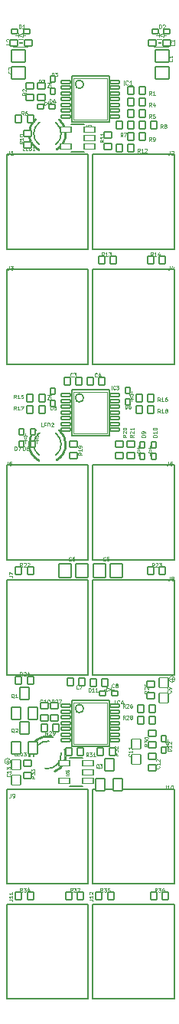
<source format=gbr>
%TF.GenerationSoftware,KiCad,Pcbnew,7.0.5-0*%
%TF.CreationDate,2023-09-10T13:34:50+02:00*%
%TF.ProjectId,kinks,6b696e6b-732e-46b6-9963-61645f706362,rev?*%
%TF.SameCoordinates,Original*%
%TF.FileFunction,Legend,Top*%
%TF.FilePolarity,Positive*%
%FSLAX46Y46*%
G04 Gerber Fmt 4.6, Leading zero omitted, Abs format (unit mm)*
G04 Created by KiCad (PCBNEW 7.0.5-0) date 2023-09-10 13:34:50*
%MOMM*%
%LPD*%
G01*
G04 APERTURE LIST*
G04 Aperture macros list*
%AMRoundRect*
0 Rectangle with rounded corners*
0 $1 Rounding radius*
0 $2 $3 $4 $5 $6 $7 $8 $9 X,Y pos of 4 corners*
0 Add a 4 corners polygon primitive as box body*
4,1,4,$2,$3,$4,$5,$6,$7,$8,$9,$2,$3,0*
0 Add four circle primitives for the rounded corners*
1,1,$1+$1,$2,$3*
1,1,$1+$1,$4,$5*
1,1,$1+$1,$6,$7*
1,1,$1+$1,$8,$9*
0 Add four rect primitives between the rounded corners*
20,1,$1+$1,$2,$3,$4,$5,0*
20,1,$1+$1,$4,$5,$6,$7,0*
20,1,$1+$1,$6,$7,$8,$9,0*
20,1,$1+$1,$8,$9,$2,$3,0*%
%AMFreePoly0*
4,1,25,0.417216,0.947373,0.422118,0.942882,0.942882,0.422118,0.964910,0.374877,0.965200,0.368236,0.965200,-0.368236,0.947373,-0.417216,0.942882,-0.422118,0.422118,-0.942882,0.374877,-0.964910,0.368236,-0.965200,-0.368236,-0.965200,-0.417216,-0.947373,-0.422118,-0.942882,-0.942882,-0.422118,-0.964910,-0.374877,-0.965200,-0.368236,-0.965200,0.368236,-0.947373,0.417216,-0.942882,0.422118,
-0.422118,0.942882,-0.374877,0.964910,-0.368236,0.965200,0.368236,0.965200,0.417216,0.947373,0.417216,0.947373,$1*%
%AMFreePoly1*
4,1,25,0.301485,0.667973,0.306387,0.663482,0.663482,0.306387,0.685510,0.259146,0.685800,0.252505,0.685800,-0.252505,0.667973,-0.301485,0.663482,-0.306387,0.306387,-0.663482,0.259146,-0.685510,0.252505,-0.685800,-0.252505,-0.685800,-0.301485,-0.667973,-0.306387,-0.663482,-0.663482,-0.306387,-0.685510,-0.259146,-0.685800,-0.252505,-0.685800,0.252505,-0.667973,0.301485,-0.663482,0.306387,
-0.306387,0.663482,-0.259146,0.685510,-0.252505,0.685800,0.252505,0.685800,0.301485,0.667973,0.301485,0.667973,$1*%
%AMFreePoly2*
4,1,25,0.438258,0.998173,0.443160,0.993682,0.993682,0.443160,1.015710,0.395919,1.016000,0.389278,1.016000,-0.389278,0.998173,-0.438258,0.993682,-0.443160,0.443160,-0.993682,0.395919,-1.015710,0.389278,-1.016000,-0.389278,-1.016000,-0.438258,-0.998173,-0.443160,-0.993682,-0.993682,-0.443160,-1.015710,-0.395919,-1.016000,-0.389278,-1.016000,0.389278,-0.998173,0.438258,-0.993682,0.443160,
-0.443160,0.993682,-0.395919,1.015710,-0.389278,1.016000,0.389278,1.016000,0.438258,0.998173,0.438258,0.998173,$1*%
G04 Aperture macros list end*
%ADD10C,0.076200*%
%ADD11C,0.093472*%
%ADD12C,0.071438*%
%ADD13C,0.118110*%
%ADD14C,0.044867*%
%ADD15C,0.098425*%
%ADD16C,0.058738*%
%ADD17C,0.092710*%
%ADD18C,0.100000*%
%ADD19C,0.152400*%
%ADD20C,0.050800*%
%ADD21C,0.127000*%
%ADD22C,0.070000*%
%ADD23C,0.254000*%
%ADD24RoundRect,0.076200X-0.250000X0.350000X-0.250000X-0.350000X0.250000X-0.350000X0.250000X0.350000X0*%
%ADD25RoundRect,0.076200X0.250000X-0.350000X0.250000X0.350000X-0.250000X0.350000X-0.250000X-0.350000X0*%
%ADD26RoundRect,0.076200X-0.350000X-0.250000X0.350000X-0.250000X0.350000X0.250000X-0.350000X0.250000X0*%
%ADD27RoundRect,0.076200X0.350000X0.250000X-0.350000X0.250000X-0.350000X-0.250000X0.350000X-0.250000X0*%
%ADD28RoundRect,0.076200X-0.350000X-0.450000X0.350000X-0.450000X0.350000X0.450000X-0.350000X0.450000X0*%
%ADD29RoundRect,0.076200X0.350000X0.450000X-0.350000X0.450000X-0.350000X-0.450000X0.350000X-0.450000X0*%
%ADD30RoundRect,0.076200X0.600000X-0.300000X0.600000X0.300000X-0.600000X0.300000X-0.600000X-0.300000X0*%
%ADD31RoundRect,0.076200X-0.450000X0.350000X-0.450000X-0.350000X0.450000X-0.350000X0.450000X0.350000X0*%
%ADD32RoundRect,0.076200X-0.495300X0.152400X-0.495300X-0.152400X0.495300X-0.152400X0.495300X0.152400X0*%
%ADD33C,2.200000*%
%ADD34FreePoly0,0.000000*%
%ADD35RoundRect,0.076200X0.425000X0.350000X-0.425000X0.350000X-0.425000X-0.350000X0.425000X-0.350000X0*%
%ADD36FreePoly0,180.000000*%
%ADD37RoundRect,0.076200X0.450000X-0.350000X0.450000X0.350000X-0.450000X0.350000X-0.450000X-0.350000X0*%
%ADD38RoundRect,0.076200X-0.500000X0.550000X-0.500000X-0.550000X0.500000X-0.550000X0.500000X0.550000X0*%
%ADD39RoundRect,0.076200X-0.750000X0.650000X-0.750000X-0.650000X0.750000X-0.650000X0.750000X0.650000X0*%
%ADD40RoundRect,0.076200X0.650000X0.750000X-0.650000X0.750000X-0.650000X-0.750000X0.650000X-0.750000X0*%
%ADD41FreePoly1,90.000000*%
%ADD42FreePoly1,225.000000*%
%ADD43RoundRect,0.076200X-0.500000X-0.700000X0.500000X-0.700000X0.500000X0.700000X-0.500000X0.700000X0*%
%ADD44RoundRect,0.076200X-0.425000X-0.350000X0.425000X-0.350000X0.425000X0.350000X-0.425000X0.350000X0*%
%ADD45RoundRect,0.076200X0.750000X-0.650000X0.750000X0.650000X-0.750000X0.650000X-0.750000X-0.650000X0*%
%ADD46FreePoly2,0.000000*%
G04 APERTURE END LIST*
D10*
X157324900Y-123555150D02*
X157731300Y-123555150D01*
X139163900Y-132622950D02*
X139519500Y-132622950D01*
X157528100Y-123758350D02*
X157528100Y-123351950D01*
X139671900Y-132622950D02*
G75*
G03*
X139671900Y-132622950I-330200J0D01*
G01*
X157858300Y-123555150D02*
G75*
G03*
X157858300Y-123555150I-330200J0D01*
G01*
X139341700Y-132800750D02*
X139341700Y-132445150D01*
D11*
%TO.C,D3*%
X144226191Y-57009958D02*
X144226191Y-56595430D01*
X144226191Y-56595430D02*
X144324888Y-56595430D01*
X144324888Y-56595430D02*
X144384106Y-56615169D01*
X144384106Y-56615169D02*
X144423585Y-56654648D01*
X144423585Y-56654648D02*
X144443324Y-56694127D01*
X144443324Y-56694127D02*
X144463064Y-56773085D01*
X144463064Y-56773085D02*
X144463064Y-56832303D01*
X144463064Y-56832303D02*
X144443324Y-56911261D01*
X144443324Y-56911261D02*
X144423585Y-56950740D01*
X144423585Y-56950740D02*
X144384106Y-56990219D01*
X144384106Y-56990219D02*
X144324888Y-57009958D01*
X144324888Y-57009958D02*
X144226191Y-57009958D01*
X144601240Y-56595430D02*
X144857852Y-56595430D01*
X144857852Y-56595430D02*
X144719676Y-56753345D01*
X144719676Y-56753345D02*
X144778895Y-56753345D01*
X144778895Y-56753345D02*
X144818374Y-56773085D01*
X144818374Y-56773085D02*
X144838113Y-56792824D01*
X144838113Y-56792824D02*
X144857852Y-56832303D01*
X144857852Y-56832303D02*
X144857852Y-56931000D01*
X144857852Y-56931000D02*
X144838113Y-56970479D01*
X144838113Y-56970479D02*
X144818374Y-56990219D01*
X144818374Y-56990219D02*
X144778895Y-57009958D01*
X144778895Y-57009958D02*
X144660458Y-57009958D01*
X144660458Y-57009958D02*
X144620979Y-56990219D01*
X144620979Y-56990219D02*
X144601240Y-56970479D01*
%TO.C,D6*%
X152342786Y-93681058D02*
X152342786Y-93266530D01*
X152342786Y-93266530D02*
X152441483Y-93266530D01*
X152441483Y-93266530D02*
X152500701Y-93286269D01*
X152500701Y-93286269D02*
X152540180Y-93325748D01*
X152540180Y-93325748D02*
X152559919Y-93365227D01*
X152559919Y-93365227D02*
X152579659Y-93444185D01*
X152579659Y-93444185D02*
X152579659Y-93503403D01*
X152579659Y-93503403D02*
X152559919Y-93582361D01*
X152559919Y-93582361D02*
X152540180Y-93621840D01*
X152540180Y-93621840D02*
X152500701Y-93661319D01*
X152500701Y-93661319D02*
X152441483Y-93681058D01*
X152441483Y-93681058D02*
X152342786Y-93681058D01*
X152934969Y-93266530D02*
X152856011Y-93266530D01*
X152856011Y-93266530D02*
X152816532Y-93286269D01*
X152816532Y-93286269D02*
X152796793Y-93306009D01*
X152796793Y-93306009D02*
X152757314Y-93365227D01*
X152757314Y-93365227D02*
X152737574Y-93444185D01*
X152737574Y-93444185D02*
X152737574Y-93602100D01*
X152737574Y-93602100D02*
X152757314Y-93641579D01*
X152757314Y-93641579D02*
X152777053Y-93661319D01*
X152777053Y-93661319D02*
X152816532Y-93681058D01*
X152816532Y-93681058D02*
X152895490Y-93681058D01*
X152895490Y-93681058D02*
X152934969Y-93661319D01*
X152934969Y-93661319D02*
X152954708Y-93641579D01*
X152954708Y-93641579D02*
X152974447Y-93602100D01*
X152974447Y-93602100D02*
X152974447Y-93503403D01*
X152974447Y-93503403D02*
X152954708Y-93463924D01*
X152954708Y-93463924D02*
X152934969Y-93444185D01*
X152934969Y-93444185D02*
X152895490Y-93424445D01*
X152895490Y-93424445D02*
X152816532Y-93424445D01*
X152816532Y-93424445D02*
X152777053Y-93444185D01*
X152777053Y-93444185D02*
X152757314Y-93463924D01*
X152757314Y-93463924D02*
X152737574Y-93503403D01*
%TO.C,D5*%
X144087786Y-93839958D02*
X144087786Y-93425430D01*
X144087786Y-93425430D02*
X144186483Y-93425430D01*
X144186483Y-93425430D02*
X144245701Y-93445169D01*
X144245701Y-93445169D02*
X144285180Y-93484648D01*
X144285180Y-93484648D02*
X144304919Y-93524127D01*
X144304919Y-93524127D02*
X144324659Y-93603085D01*
X144324659Y-93603085D02*
X144324659Y-93662303D01*
X144324659Y-93662303D02*
X144304919Y-93741261D01*
X144304919Y-93741261D02*
X144285180Y-93780740D01*
X144285180Y-93780740D02*
X144245701Y-93820219D01*
X144245701Y-93820219D02*
X144186483Y-93839958D01*
X144186483Y-93839958D02*
X144087786Y-93839958D01*
X144699708Y-93425430D02*
X144502314Y-93425430D01*
X144502314Y-93425430D02*
X144482574Y-93622824D01*
X144482574Y-93622824D02*
X144502314Y-93603085D01*
X144502314Y-93603085D02*
X144541793Y-93583345D01*
X144541793Y-93583345D02*
X144640490Y-93583345D01*
X144640490Y-93583345D02*
X144679969Y-93603085D01*
X144679969Y-93603085D02*
X144699708Y-93622824D01*
X144699708Y-93622824D02*
X144719447Y-93662303D01*
X144719447Y-93662303D02*
X144719447Y-93761000D01*
X144719447Y-93761000D02*
X144699708Y-93800479D01*
X144699708Y-93800479D02*
X144679969Y-93820219D01*
X144679969Y-93820219D02*
X144640490Y-93839958D01*
X144640490Y-93839958D02*
X144541793Y-93839958D01*
X144541793Y-93839958D02*
X144502314Y-93820219D01*
X144502314Y-93820219D02*
X144482574Y-93800479D01*
%TO.C,D10*%
X155841908Y-96826458D02*
X155427380Y-96826458D01*
X155427380Y-96826458D02*
X155427380Y-96727761D01*
X155427380Y-96727761D02*
X155447119Y-96668543D01*
X155447119Y-96668543D02*
X155486598Y-96629064D01*
X155486598Y-96629064D02*
X155526077Y-96609325D01*
X155526077Y-96609325D02*
X155605035Y-96589585D01*
X155605035Y-96589585D02*
X155664253Y-96589585D01*
X155664253Y-96589585D02*
X155743211Y-96609325D01*
X155743211Y-96609325D02*
X155782690Y-96629064D01*
X155782690Y-96629064D02*
X155822169Y-96668543D01*
X155822169Y-96668543D02*
X155841908Y-96727761D01*
X155841908Y-96727761D02*
X155841908Y-96826458D01*
X155841908Y-96194797D02*
X155841908Y-96431670D01*
X155841908Y-96313233D02*
X155427380Y-96313233D01*
X155427380Y-96313233D02*
X155486598Y-96352712D01*
X155486598Y-96352712D02*
X155526077Y-96392191D01*
X155526077Y-96392191D02*
X155545817Y-96431670D01*
X155427380Y-95938184D02*
X155427380Y-95898705D01*
X155427380Y-95898705D02*
X155447119Y-95859226D01*
X155447119Y-95859226D02*
X155466859Y-95839487D01*
X155466859Y-95839487D02*
X155506338Y-95819747D01*
X155506338Y-95819747D02*
X155585295Y-95800008D01*
X155585295Y-95800008D02*
X155683993Y-95800008D01*
X155683993Y-95800008D02*
X155762950Y-95819747D01*
X155762950Y-95819747D02*
X155802429Y-95839487D01*
X155802429Y-95839487D02*
X155822169Y-95859226D01*
X155822169Y-95859226D02*
X155841908Y-95898705D01*
X155841908Y-95898705D02*
X155841908Y-95938184D01*
X155841908Y-95938184D02*
X155822169Y-95977663D01*
X155822169Y-95977663D02*
X155802429Y-95997402D01*
X155802429Y-95997402D02*
X155762950Y-96017141D01*
X155762950Y-96017141D02*
X155683993Y-96036881D01*
X155683993Y-96036881D02*
X155585295Y-96036881D01*
X155585295Y-96036881D02*
X155506338Y-96017141D01*
X155506338Y-96017141D02*
X155466859Y-95997402D01*
X155466859Y-95997402D02*
X155447119Y-95977663D01*
X155447119Y-95977663D02*
X155427380Y-95938184D01*
%TO.C,D9*%
X154571608Y-96826558D02*
X154157080Y-96826558D01*
X154157080Y-96826558D02*
X154157080Y-96727861D01*
X154157080Y-96727861D02*
X154176819Y-96668643D01*
X154176819Y-96668643D02*
X154216298Y-96629164D01*
X154216298Y-96629164D02*
X154255777Y-96609425D01*
X154255777Y-96609425D02*
X154334735Y-96589685D01*
X154334735Y-96589685D02*
X154393953Y-96589685D01*
X154393953Y-96589685D02*
X154472911Y-96609425D01*
X154472911Y-96609425D02*
X154512390Y-96629164D01*
X154512390Y-96629164D02*
X154551869Y-96668643D01*
X154551869Y-96668643D02*
X154571608Y-96727861D01*
X154571608Y-96727861D02*
X154571608Y-96826558D01*
X154571608Y-96392291D02*
X154571608Y-96313333D01*
X154571608Y-96313333D02*
X154551869Y-96273854D01*
X154551869Y-96273854D02*
X154532129Y-96254115D01*
X154532129Y-96254115D02*
X154472911Y-96214636D01*
X154472911Y-96214636D02*
X154393953Y-96194897D01*
X154393953Y-96194897D02*
X154236038Y-96194897D01*
X154236038Y-96194897D02*
X154196559Y-96214636D01*
X154196559Y-96214636D02*
X154176819Y-96234376D01*
X154176819Y-96234376D02*
X154157080Y-96273854D01*
X154157080Y-96273854D02*
X154157080Y-96352812D01*
X154157080Y-96352812D02*
X154176819Y-96392291D01*
X154176819Y-96392291D02*
X154196559Y-96412030D01*
X154196559Y-96412030D02*
X154236038Y-96431770D01*
X154236038Y-96431770D02*
X154334735Y-96431770D01*
X154334735Y-96431770D02*
X154374214Y-96412030D01*
X154374214Y-96412030D02*
X154393953Y-96392291D01*
X154393953Y-96392291D02*
X154413693Y-96352812D01*
X154413693Y-96352812D02*
X154413693Y-96273854D01*
X154413693Y-96273854D02*
X154393953Y-96234376D01*
X154393953Y-96234376D02*
X154374214Y-96214636D01*
X154374214Y-96214636D02*
X154334735Y-96194897D01*
%TO.C,D1*%
X140586591Y-51723658D02*
X140586591Y-51309130D01*
X140586591Y-51309130D02*
X140685288Y-51309130D01*
X140685288Y-51309130D02*
X140744506Y-51328869D01*
X140744506Y-51328869D02*
X140783985Y-51368348D01*
X140783985Y-51368348D02*
X140803724Y-51407827D01*
X140803724Y-51407827D02*
X140823464Y-51486785D01*
X140823464Y-51486785D02*
X140823464Y-51546003D01*
X140823464Y-51546003D02*
X140803724Y-51624961D01*
X140803724Y-51624961D02*
X140783985Y-51664440D01*
X140783985Y-51664440D02*
X140744506Y-51703919D01*
X140744506Y-51703919D02*
X140685288Y-51723658D01*
X140685288Y-51723658D02*
X140586591Y-51723658D01*
X141218252Y-51723658D02*
X140981379Y-51723658D01*
X141099816Y-51723658D02*
X141099816Y-51309130D01*
X141099816Y-51309130D02*
X141060337Y-51368348D01*
X141060337Y-51368348D02*
X141020858Y-51407827D01*
X141020858Y-51407827D02*
X140981379Y-51427567D01*
%TO.C,D2*%
X156143891Y-51723358D02*
X156143891Y-51308830D01*
X156143891Y-51308830D02*
X156242588Y-51308830D01*
X156242588Y-51308830D02*
X156301806Y-51328569D01*
X156301806Y-51328569D02*
X156341285Y-51368048D01*
X156341285Y-51368048D02*
X156361024Y-51407527D01*
X156361024Y-51407527D02*
X156380764Y-51486485D01*
X156380764Y-51486485D02*
X156380764Y-51545703D01*
X156380764Y-51545703D02*
X156361024Y-51624661D01*
X156361024Y-51624661D02*
X156341285Y-51664140D01*
X156341285Y-51664140D02*
X156301806Y-51703619D01*
X156301806Y-51703619D02*
X156242588Y-51723358D01*
X156242588Y-51723358D02*
X156143891Y-51723358D01*
X156538679Y-51348309D02*
X156558419Y-51328569D01*
X156558419Y-51328569D02*
X156597898Y-51308830D01*
X156597898Y-51308830D02*
X156696595Y-51308830D01*
X156696595Y-51308830D02*
X156736074Y-51328569D01*
X156736074Y-51328569D02*
X156755813Y-51348309D01*
X156755813Y-51348309D02*
X156775552Y-51387788D01*
X156775552Y-51387788D02*
X156775552Y-51427267D01*
X156775552Y-51427267D02*
X156755813Y-51486485D01*
X156755813Y-51486485D02*
X156518940Y-51723358D01*
X156518940Y-51723358D02*
X156775552Y-51723358D01*
%TO.C,D12*%
X157429208Y-131490852D02*
X157014680Y-131490852D01*
X157014680Y-131490852D02*
X157014680Y-131392155D01*
X157014680Y-131392155D02*
X157034419Y-131332937D01*
X157034419Y-131332937D02*
X157073898Y-131293458D01*
X157073898Y-131293458D02*
X157113377Y-131273719D01*
X157113377Y-131273719D02*
X157192335Y-131253979D01*
X157192335Y-131253979D02*
X157251553Y-131253979D01*
X157251553Y-131253979D02*
X157330511Y-131273719D01*
X157330511Y-131273719D02*
X157369990Y-131293458D01*
X157369990Y-131293458D02*
X157409469Y-131332937D01*
X157409469Y-131332937D02*
X157429208Y-131392155D01*
X157429208Y-131392155D02*
X157429208Y-131490852D01*
X157429208Y-130859191D02*
X157429208Y-131096064D01*
X157429208Y-130977627D02*
X157014680Y-130977627D01*
X157014680Y-130977627D02*
X157073898Y-131017106D01*
X157073898Y-131017106D02*
X157113377Y-131056585D01*
X157113377Y-131056585D02*
X157133117Y-131096064D01*
X157054159Y-130701275D02*
X157034419Y-130681535D01*
X157034419Y-130681535D02*
X157014680Y-130642057D01*
X157014680Y-130642057D02*
X157014680Y-130543359D01*
X157014680Y-130543359D02*
X157034419Y-130503881D01*
X157034419Y-130503881D02*
X157054159Y-130484141D01*
X157054159Y-130484141D02*
X157093638Y-130464402D01*
X157093638Y-130464402D02*
X157133117Y-130464402D01*
X157133117Y-130464402D02*
X157192335Y-130484141D01*
X157192335Y-130484141D02*
X157429208Y-130721014D01*
X157429208Y-130721014D02*
X157429208Y-130464402D01*
%TO.C,D7*%
X140118986Y-98284958D02*
X140118986Y-97870430D01*
X140118986Y-97870430D02*
X140217683Y-97870430D01*
X140217683Y-97870430D02*
X140276901Y-97890169D01*
X140276901Y-97890169D02*
X140316380Y-97929648D01*
X140316380Y-97929648D02*
X140336119Y-97969127D01*
X140336119Y-97969127D02*
X140355859Y-98048085D01*
X140355859Y-98048085D02*
X140355859Y-98107303D01*
X140355859Y-98107303D02*
X140336119Y-98186261D01*
X140336119Y-98186261D02*
X140316380Y-98225740D01*
X140316380Y-98225740D02*
X140276901Y-98265219D01*
X140276901Y-98265219D02*
X140217683Y-98284958D01*
X140217683Y-98284958D02*
X140118986Y-98284958D01*
X140494035Y-97870430D02*
X140770387Y-97870430D01*
X140770387Y-97870430D02*
X140592732Y-98284958D01*
%TO.C,D4*%
X143988291Y-59946458D02*
X143988291Y-59531930D01*
X143988291Y-59531930D02*
X144086988Y-59531930D01*
X144086988Y-59531930D02*
X144146206Y-59551669D01*
X144146206Y-59551669D02*
X144185685Y-59591148D01*
X144185685Y-59591148D02*
X144205424Y-59630627D01*
X144205424Y-59630627D02*
X144225164Y-59709585D01*
X144225164Y-59709585D02*
X144225164Y-59768803D01*
X144225164Y-59768803D02*
X144205424Y-59847761D01*
X144205424Y-59847761D02*
X144185685Y-59887240D01*
X144185685Y-59887240D02*
X144146206Y-59926719D01*
X144146206Y-59926719D02*
X144086988Y-59946458D01*
X144086988Y-59946458D02*
X143988291Y-59946458D01*
X144580474Y-59670106D02*
X144580474Y-59946458D01*
X144481776Y-59512191D02*
X144383079Y-59808282D01*
X144383079Y-59808282D02*
X144639692Y-59808282D01*
%TO.C,D8*%
X141071486Y-98284858D02*
X141071486Y-97870330D01*
X141071486Y-97870330D02*
X141170183Y-97870330D01*
X141170183Y-97870330D02*
X141229401Y-97890069D01*
X141229401Y-97890069D02*
X141268880Y-97929548D01*
X141268880Y-97929548D02*
X141288619Y-97969027D01*
X141288619Y-97969027D02*
X141308359Y-98047985D01*
X141308359Y-98047985D02*
X141308359Y-98107203D01*
X141308359Y-98107203D02*
X141288619Y-98186161D01*
X141288619Y-98186161D02*
X141268880Y-98225640D01*
X141268880Y-98225640D02*
X141229401Y-98265119D01*
X141229401Y-98265119D02*
X141170183Y-98284858D01*
X141170183Y-98284858D02*
X141071486Y-98284858D01*
X141545232Y-98047985D02*
X141505753Y-98028245D01*
X141505753Y-98028245D02*
X141486014Y-98008506D01*
X141486014Y-98008506D02*
X141466274Y-97969027D01*
X141466274Y-97969027D02*
X141466274Y-97949288D01*
X141466274Y-97949288D02*
X141486014Y-97909809D01*
X141486014Y-97909809D02*
X141505753Y-97890069D01*
X141505753Y-97890069D02*
X141545232Y-97870330D01*
X141545232Y-97870330D02*
X141624190Y-97870330D01*
X141624190Y-97870330D02*
X141663669Y-97890069D01*
X141663669Y-97890069D02*
X141683408Y-97909809D01*
X141683408Y-97909809D02*
X141703147Y-97949288D01*
X141703147Y-97949288D02*
X141703147Y-97969027D01*
X141703147Y-97969027D02*
X141683408Y-98008506D01*
X141683408Y-98008506D02*
X141663669Y-98028245D01*
X141663669Y-98028245D02*
X141624190Y-98047985D01*
X141624190Y-98047985D02*
X141545232Y-98047985D01*
X141545232Y-98047985D02*
X141505753Y-98067724D01*
X141505753Y-98067724D02*
X141486014Y-98087464D01*
X141486014Y-98087464D02*
X141466274Y-98126943D01*
X141466274Y-98126943D02*
X141466274Y-98205900D01*
X141466274Y-98205900D02*
X141486014Y-98245379D01*
X141486014Y-98245379D02*
X141505753Y-98265119D01*
X141505753Y-98265119D02*
X141545232Y-98284858D01*
X141545232Y-98284858D02*
X141624190Y-98284858D01*
X141624190Y-98284858D02*
X141663669Y-98265119D01*
X141663669Y-98265119D02*
X141683408Y-98245379D01*
X141683408Y-98245379D02*
X141703147Y-98205900D01*
X141703147Y-98205900D02*
X141703147Y-98126943D01*
X141703147Y-98126943D02*
X141683408Y-98087464D01*
X141683408Y-98087464D02*
X141663669Y-98067724D01*
X141663669Y-98067724D02*
X141624190Y-98047985D01*
%TO.C,D11*%
X148296497Y-124954658D02*
X148296497Y-124540130D01*
X148296497Y-124540130D02*
X148395194Y-124540130D01*
X148395194Y-124540130D02*
X148454412Y-124559869D01*
X148454412Y-124559869D02*
X148493891Y-124599348D01*
X148493891Y-124599348D02*
X148513630Y-124638827D01*
X148513630Y-124638827D02*
X148533370Y-124717785D01*
X148533370Y-124717785D02*
X148533370Y-124777003D01*
X148533370Y-124777003D02*
X148513630Y-124855961D01*
X148513630Y-124855961D02*
X148493891Y-124895440D01*
X148493891Y-124895440D02*
X148454412Y-124934919D01*
X148454412Y-124934919D02*
X148395194Y-124954658D01*
X148395194Y-124954658D02*
X148296497Y-124954658D01*
X148928158Y-124954658D02*
X148691285Y-124954658D01*
X148809722Y-124954658D02*
X148809722Y-124540130D01*
X148809722Y-124540130D02*
X148770243Y-124599348D01*
X148770243Y-124599348D02*
X148730764Y-124638827D01*
X148730764Y-124638827D02*
X148691285Y-124658567D01*
X149322947Y-124954658D02*
X149086074Y-124954658D01*
X149204511Y-124954658D02*
X149204511Y-124540130D01*
X149204511Y-124540130D02*
X149165032Y-124599348D01*
X149165032Y-124599348D02*
X149125553Y-124638827D01*
X149125553Y-124638827D02*
X149086074Y-124658567D01*
%TO.C,R7*%
X152083164Y-63677258D02*
X151944988Y-63479864D01*
X151846291Y-63677258D02*
X151846291Y-63262730D01*
X151846291Y-63262730D02*
X152004206Y-63262730D01*
X152004206Y-63262730D02*
X152043685Y-63282469D01*
X152043685Y-63282469D02*
X152063424Y-63302209D01*
X152063424Y-63302209D02*
X152083164Y-63341688D01*
X152083164Y-63341688D02*
X152083164Y-63400906D01*
X152083164Y-63400906D02*
X152063424Y-63440385D01*
X152063424Y-63440385D02*
X152043685Y-63460124D01*
X152043685Y-63460124D02*
X152004206Y-63479864D01*
X152004206Y-63479864D02*
X151846291Y-63479864D01*
X152221340Y-63262730D02*
X152497692Y-63262730D01*
X152497692Y-63262730D02*
X152320037Y-63677258D01*
%TO.C,R17*%
X140278570Y-93839558D02*
X140140394Y-93642164D01*
X140041697Y-93839558D02*
X140041697Y-93425030D01*
X140041697Y-93425030D02*
X140199612Y-93425030D01*
X140199612Y-93425030D02*
X140239091Y-93444769D01*
X140239091Y-93444769D02*
X140258830Y-93464509D01*
X140258830Y-93464509D02*
X140278570Y-93503988D01*
X140278570Y-93503988D02*
X140278570Y-93563206D01*
X140278570Y-93563206D02*
X140258830Y-93602685D01*
X140258830Y-93602685D02*
X140239091Y-93622424D01*
X140239091Y-93622424D02*
X140199612Y-93642164D01*
X140199612Y-93642164D02*
X140041697Y-93642164D01*
X140673358Y-93839558D02*
X140436485Y-93839558D01*
X140554922Y-93839558D02*
X140554922Y-93425030D01*
X140554922Y-93425030D02*
X140515443Y-93484248D01*
X140515443Y-93484248D02*
X140475964Y-93523727D01*
X140475964Y-93523727D02*
X140436485Y-93543467D01*
X140811535Y-93425030D02*
X141087887Y-93425030D01*
X141087887Y-93425030D02*
X140910232Y-93839558D01*
%TO.C,R34*%
X140970664Y-147021058D02*
X140832488Y-146823664D01*
X140733791Y-147021058D02*
X140733791Y-146606530D01*
X140733791Y-146606530D02*
X140891706Y-146606530D01*
X140891706Y-146606530D02*
X140931185Y-146626269D01*
X140931185Y-146626269D02*
X140950924Y-146646009D01*
X140950924Y-146646009D02*
X140970664Y-146685488D01*
X140970664Y-146685488D02*
X140970664Y-146744706D01*
X140970664Y-146744706D02*
X140950924Y-146784185D01*
X140950924Y-146784185D02*
X140931185Y-146803924D01*
X140931185Y-146803924D02*
X140891706Y-146823664D01*
X140891706Y-146823664D02*
X140733791Y-146823664D01*
X141108840Y-146606530D02*
X141365452Y-146606530D01*
X141365452Y-146606530D02*
X141227276Y-146764445D01*
X141227276Y-146764445D02*
X141286495Y-146764445D01*
X141286495Y-146764445D02*
X141325974Y-146784185D01*
X141325974Y-146784185D02*
X141345713Y-146803924D01*
X141345713Y-146803924D02*
X141365452Y-146843403D01*
X141365452Y-146843403D02*
X141365452Y-146942100D01*
X141365452Y-146942100D02*
X141345713Y-146981579D01*
X141345713Y-146981579D02*
X141325974Y-147001319D01*
X141325974Y-147001319D02*
X141286495Y-147021058D01*
X141286495Y-147021058D02*
X141168058Y-147021058D01*
X141168058Y-147021058D02*
X141128579Y-147001319D01*
X141128579Y-147001319D02*
X141108840Y-146981579D01*
X141720763Y-146744706D02*
X141720763Y-147021058D01*
X141622065Y-146586791D02*
X141523368Y-146882882D01*
X141523368Y-146882882D02*
X141779981Y-146882882D01*
D12*
%TO.C,IC5*%
X146099679Y-134178016D02*
X145813929Y-134178016D01*
X146072464Y-133878659D02*
X146086072Y-133892266D01*
X146086072Y-133892266D02*
X146099679Y-133933088D01*
X146099679Y-133933088D02*
X146099679Y-133960302D01*
X146099679Y-133960302D02*
X146086072Y-134001123D01*
X146086072Y-134001123D02*
X146058857Y-134028338D01*
X146058857Y-134028338D02*
X146031643Y-134041945D01*
X146031643Y-134041945D02*
X145977214Y-134055552D01*
X145977214Y-134055552D02*
X145936393Y-134055552D01*
X145936393Y-134055552D02*
X145881964Y-134041945D01*
X145881964Y-134041945D02*
X145854750Y-134028338D01*
X145854750Y-134028338D02*
X145827536Y-134001123D01*
X145827536Y-134001123D02*
X145813929Y-133960302D01*
X145813929Y-133960302D02*
X145813929Y-133933088D01*
X145813929Y-133933088D02*
X145827536Y-133892266D01*
X145827536Y-133892266D02*
X145841143Y-133878659D01*
X145813929Y-133620123D02*
X145813929Y-133756195D01*
X145813929Y-133756195D02*
X145950000Y-133769802D01*
X145950000Y-133769802D02*
X145936393Y-133756195D01*
X145936393Y-133756195D02*
X145922786Y-133728981D01*
X145922786Y-133728981D02*
X145922786Y-133660945D01*
X145922786Y-133660945D02*
X145936393Y-133633731D01*
X145936393Y-133633731D02*
X145950000Y-133620123D01*
X145950000Y-133620123D02*
X145977214Y-133606516D01*
X145977214Y-133606516D02*
X146045250Y-133606516D01*
X146045250Y-133606516D02*
X146072464Y-133620123D01*
X146072464Y-133620123D02*
X146086072Y-133633731D01*
X146086072Y-133633731D02*
X146099679Y-133660945D01*
X146099679Y-133660945D02*
X146099679Y-133728981D01*
X146099679Y-133728981D02*
X146086072Y-133756195D01*
X146086072Y-133756195D02*
X146072464Y-133769802D01*
D11*
%TO.C,R27*%
X144463264Y-126224758D02*
X144325088Y-126027364D01*
X144226391Y-126224758D02*
X144226391Y-125810230D01*
X144226391Y-125810230D02*
X144384306Y-125810230D01*
X144384306Y-125810230D02*
X144423785Y-125829969D01*
X144423785Y-125829969D02*
X144443524Y-125849709D01*
X144443524Y-125849709D02*
X144463264Y-125889188D01*
X144463264Y-125889188D02*
X144463264Y-125948406D01*
X144463264Y-125948406D02*
X144443524Y-125987885D01*
X144443524Y-125987885D02*
X144423785Y-126007624D01*
X144423785Y-126007624D02*
X144384306Y-126027364D01*
X144384306Y-126027364D02*
X144226391Y-126027364D01*
X144621179Y-125849709D02*
X144640919Y-125829969D01*
X144640919Y-125829969D02*
X144680398Y-125810230D01*
X144680398Y-125810230D02*
X144779095Y-125810230D01*
X144779095Y-125810230D02*
X144818574Y-125829969D01*
X144818574Y-125829969D02*
X144838313Y-125849709D01*
X144838313Y-125849709D02*
X144858052Y-125889188D01*
X144858052Y-125889188D02*
X144858052Y-125928667D01*
X144858052Y-125928667D02*
X144838313Y-125987885D01*
X144838313Y-125987885D02*
X144601440Y-126224758D01*
X144601440Y-126224758D02*
X144858052Y-126224758D01*
X144996229Y-125810230D02*
X145272581Y-125810230D01*
X145272581Y-125810230D02*
X145094926Y-126224758D01*
%TO.C,R23*%
X155575764Y-111143658D02*
X155437588Y-110946264D01*
X155338891Y-111143658D02*
X155338891Y-110729130D01*
X155338891Y-110729130D02*
X155496806Y-110729130D01*
X155496806Y-110729130D02*
X155536285Y-110748869D01*
X155536285Y-110748869D02*
X155556024Y-110768609D01*
X155556024Y-110768609D02*
X155575764Y-110808088D01*
X155575764Y-110808088D02*
X155575764Y-110867306D01*
X155575764Y-110867306D02*
X155556024Y-110906785D01*
X155556024Y-110906785D02*
X155536285Y-110926524D01*
X155536285Y-110926524D02*
X155496806Y-110946264D01*
X155496806Y-110946264D02*
X155338891Y-110946264D01*
X155733679Y-110768609D02*
X155753419Y-110748869D01*
X155753419Y-110748869D02*
X155792898Y-110729130D01*
X155792898Y-110729130D02*
X155891595Y-110729130D01*
X155891595Y-110729130D02*
X155931074Y-110748869D01*
X155931074Y-110748869D02*
X155950813Y-110768609D01*
X155950813Y-110768609D02*
X155970552Y-110808088D01*
X155970552Y-110808088D02*
X155970552Y-110847567D01*
X155970552Y-110847567D02*
X155950813Y-110906785D01*
X155950813Y-110906785D02*
X155713940Y-111143658D01*
X155713940Y-111143658D02*
X155970552Y-111143658D01*
X156108729Y-110729130D02*
X156365341Y-110729130D01*
X156365341Y-110729130D02*
X156227165Y-110887045D01*
X156227165Y-110887045D02*
X156286384Y-110887045D01*
X156286384Y-110887045D02*
X156325863Y-110906785D01*
X156325863Y-110906785D02*
X156345602Y-110926524D01*
X156345602Y-110926524D02*
X156365341Y-110966003D01*
X156365341Y-110966003D02*
X156365341Y-111064700D01*
X156365341Y-111064700D02*
X156345602Y-111104179D01*
X156345602Y-111104179D02*
X156325863Y-111123919D01*
X156325863Y-111123919D02*
X156286384Y-111143658D01*
X156286384Y-111143658D02*
X156167947Y-111143658D01*
X156167947Y-111143658D02*
X156128468Y-111123919D01*
X156128468Y-111123919D02*
X156108729Y-111104179D01*
%TO.C,R36*%
X155893264Y-147021058D02*
X155755088Y-146823664D01*
X155656391Y-147021058D02*
X155656391Y-146606530D01*
X155656391Y-146606530D02*
X155814306Y-146606530D01*
X155814306Y-146606530D02*
X155853785Y-146626269D01*
X155853785Y-146626269D02*
X155873524Y-146646009D01*
X155873524Y-146646009D02*
X155893264Y-146685488D01*
X155893264Y-146685488D02*
X155893264Y-146744706D01*
X155893264Y-146744706D02*
X155873524Y-146784185D01*
X155873524Y-146784185D02*
X155853785Y-146803924D01*
X155853785Y-146803924D02*
X155814306Y-146823664D01*
X155814306Y-146823664D02*
X155656391Y-146823664D01*
X156031440Y-146606530D02*
X156288052Y-146606530D01*
X156288052Y-146606530D02*
X156149876Y-146764445D01*
X156149876Y-146764445D02*
X156209095Y-146764445D01*
X156209095Y-146764445D02*
X156248574Y-146784185D01*
X156248574Y-146784185D02*
X156268313Y-146803924D01*
X156268313Y-146803924D02*
X156288052Y-146843403D01*
X156288052Y-146843403D02*
X156288052Y-146942100D01*
X156288052Y-146942100D02*
X156268313Y-146981579D01*
X156268313Y-146981579D02*
X156248574Y-147001319D01*
X156248574Y-147001319D02*
X156209095Y-147021058D01*
X156209095Y-147021058D02*
X156090658Y-147021058D01*
X156090658Y-147021058D02*
X156051179Y-147001319D01*
X156051179Y-147001319D02*
X156031440Y-146981579D01*
X156643363Y-146606530D02*
X156564405Y-146606530D01*
X156564405Y-146606530D02*
X156524926Y-146626269D01*
X156524926Y-146626269D02*
X156505187Y-146646009D01*
X156505187Y-146646009D02*
X156465708Y-146705227D01*
X156465708Y-146705227D02*
X156445968Y-146784185D01*
X156445968Y-146784185D02*
X156445968Y-146942100D01*
X156445968Y-146942100D02*
X156465708Y-146981579D01*
X156465708Y-146981579D02*
X156485447Y-147001319D01*
X156485447Y-147001319D02*
X156524926Y-147021058D01*
X156524926Y-147021058D02*
X156603884Y-147021058D01*
X156603884Y-147021058D02*
X156643363Y-147001319D01*
X156643363Y-147001319D02*
X156663102Y-146981579D01*
X156663102Y-146981579D02*
X156682841Y-146942100D01*
X156682841Y-146942100D02*
X156682841Y-146843403D01*
X156682841Y-146843403D02*
X156663102Y-146803924D01*
X156663102Y-146803924D02*
X156643363Y-146784185D01*
X156643363Y-146784185D02*
X156603884Y-146764445D01*
X156603884Y-146764445D02*
X156524926Y-146764445D01*
X156524926Y-146764445D02*
X156485447Y-146784185D01*
X156485447Y-146784185D02*
X156465708Y-146803924D01*
X156465708Y-146803924D02*
X156445968Y-146843403D01*
D13*
%TO.C,IC4*%
X151222088Y-126370968D02*
X151222088Y-125898528D01*
X151717025Y-126325973D02*
X151694528Y-126348471D01*
X151694528Y-126348471D02*
X151627036Y-126370968D01*
X151627036Y-126370968D02*
X151582042Y-126370968D01*
X151582042Y-126370968D02*
X151514551Y-126348471D01*
X151514551Y-126348471D02*
X151469556Y-126303476D01*
X151469556Y-126303476D02*
X151447059Y-126258482D01*
X151447059Y-126258482D02*
X151424562Y-126168493D01*
X151424562Y-126168493D02*
X151424562Y-126101002D01*
X151424562Y-126101002D02*
X151447059Y-126011013D01*
X151447059Y-126011013D02*
X151469556Y-125966019D01*
X151469556Y-125966019D02*
X151514551Y-125921025D01*
X151514551Y-125921025D02*
X151582042Y-125898528D01*
X151582042Y-125898528D02*
X151627036Y-125898528D01*
X151627036Y-125898528D02*
X151694528Y-125921025D01*
X151694528Y-125921025D02*
X151717025Y-125943522D01*
X152121974Y-126056008D02*
X152121974Y-126370968D01*
X152009488Y-125876031D02*
X151897002Y-126213488D01*
X151897002Y-126213488D02*
X152189465Y-126213488D01*
D11*
%TO.C,C7*%
X147182159Y-124597879D02*
X147162419Y-124617619D01*
X147162419Y-124617619D02*
X147103201Y-124637358D01*
X147103201Y-124637358D02*
X147063722Y-124637358D01*
X147063722Y-124637358D02*
X147004504Y-124617619D01*
X147004504Y-124617619D02*
X146965025Y-124578140D01*
X146965025Y-124578140D02*
X146945286Y-124538661D01*
X146945286Y-124538661D02*
X146925546Y-124459703D01*
X146925546Y-124459703D02*
X146925546Y-124400485D01*
X146925546Y-124400485D02*
X146945286Y-124321527D01*
X146945286Y-124321527D02*
X146965025Y-124282048D01*
X146965025Y-124282048D02*
X147004504Y-124242569D01*
X147004504Y-124242569D02*
X147063722Y-124222830D01*
X147063722Y-124222830D02*
X147103201Y-124222830D01*
X147103201Y-124222830D02*
X147162419Y-124242569D01*
X147162419Y-124242569D02*
X147182159Y-124262309D01*
X147320335Y-124222830D02*
X147596687Y-124222830D01*
X147596687Y-124222830D02*
X147419032Y-124637358D01*
%TO.C,J8*%
X157307227Y-112237830D02*
X157307227Y-112533921D01*
X157307227Y-112533921D02*
X157287488Y-112593140D01*
X157287488Y-112593140D02*
X157248009Y-112632619D01*
X157248009Y-112632619D02*
X157188791Y-112652358D01*
X157188791Y-112652358D02*
X157149312Y-112652358D01*
X157563840Y-112415485D02*
X157524361Y-112395745D01*
X157524361Y-112395745D02*
X157504622Y-112376006D01*
X157504622Y-112376006D02*
X157484882Y-112336527D01*
X157484882Y-112336527D02*
X157484882Y-112316788D01*
X157484882Y-112316788D02*
X157504622Y-112277309D01*
X157504622Y-112277309D02*
X157524361Y-112257569D01*
X157524361Y-112257569D02*
X157563840Y-112237830D01*
X157563840Y-112237830D02*
X157642798Y-112237830D01*
X157642798Y-112237830D02*
X157682277Y-112257569D01*
X157682277Y-112257569D02*
X157702016Y-112277309D01*
X157702016Y-112277309D02*
X157721755Y-112316788D01*
X157721755Y-112316788D02*
X157721755Y-112336527D01*
X157721755Y-112336527D02*
X157702016Y-112376006D01*
X157702016Y-112376006D02*
X157682277Y-112395745D01*
X157682277Y-112395745D02*
X157642798Y-112415485D01*
X157642798Y-112415485D02*
X157563840Y-112415485D01*
X157563840Y-112415485D02*
X157524361Y-112435224D01*
X157524361Y-112435224D02*
X157504622Y-112454964D01*
X157504622Y-112454964D02*
X157484882Y-112494443D01*
X157484882Y-112494443D02*
X157484882Y-112573400D01*
X157484882Y-112573400D02*
X157504622Y-112612879D01*
X157504622Y-112612879D02*
X157524361Y-112632619D01*
X157524361Y-112632619D02*
X157563840Y-112652358D01*
X157563840Y-112652358D02*
X157642798Y-112652358D01*
X157642798Y-112652358D02*
X157682277Y-112632619D01*
X157682277Y-112632619D02*
X157702016Y-112612879D01*
X157702016Y-112612879D02*
X157721755Y-112573400D01*
X157721755Y-112573400D02*
X157721755Y-112494443D01*
X157721755Y-112494443D02*
X157702016Y-112454964D01*
X157702016Y-112454964D02*
X157682277Y-112435224D01*
X157682277Y-112435224D02*
X157642798Y-112415485D01*
%TO.C,R10*%
X141078108Y-64204585D02*
X140880714Y-64342761D01*
X141078108Y-64441458D02*
X140663580Y-64441458D01*
X140663580Y-64441458D02*
X140663580Y-64283543D01*
X140663580Y-64283543D02*
X140683319Y-64244064D01*
X140683319Y-64244064D02*
X140703059Y-64224325D01*
X140703059Y-64224325D02*
X140742538Y-64204585D01*
X140742538Y-64204585D02*
X140801756Y-64204585D01*
X140801756Y-64204585D02*
X140841235Y-64224325D01*
X140841235Y-64224325D02*
X140860974Y-64244064D01*
X140860974Y-64244064D02*
X140880714Y-64283543D01*
X140880714Y-64283543D02*
X140880714Y-64441458D01*
X141078108Y-63809797D02*
X141078108Y-64046670D01*
X141078108Y-63928233D02*
X140663580Y-63928233D01*
X140663580Y-63928233D02*
X140722798Y-63967712D01*
X140722798Y-63967712D02*
X140762277Y-64007191D01*
X140762277Y-64007191D02*
X140782017Y-64046670D01*
X140663580Y-63553184D02*
X140663580Y-63513705D01*
X140663580Y-63513705D02*
X140683319Y-63474226D01*
X140683319Y-63474226D02*
X140703059Y-63454487D01*
X140703059Y-63454487D02*
X140742538Y-63434747D01*
X140742538Y-63434747D02*
X140821495Y-63415008D01*
X140821495Y-63415008D02*
X140920193Y-63415008D01*
X140920193Y-63415008D02*
X140999150Y-63434747D01*
X140999150Y-63434747D02*
X141038629Y-63454487D01*
X141038629Y-63454487D02*
X141058369Y-63474226D01*
X141058369Y-63474226D02*
X141078108Y-63513705D01*
X141078108Y-63513705D02*
X141078108Y-63553184D01*
X141078108Y-63553184D02*
X141058369Y-63592663D01*
X141058369Y-63592663D02*
X141038629Y-63612402D01*
X141038629Y-63612402D02*
X140999150Y-63632141D01*
X140999150Y-63632141D02*
X140920193Y-63651881D01*
X140920193Y-63651881D02*
X140821495Y-63651881D01*
X140821495Y-63651881D02*
X140742538Y-63632141D01*
X140742538Y-63632141D02*
X140703059Y-63612402D01*
X140703059Y-63612402D02*
X140683319Y-63592663D01*
X140683319Y-63592663D02*
X140663580Y-63553184D01*
D14*
%TO.C,L2*%
X139674320Y-53287423D02*
X139674320Y-53507963D01*
X139674320Y-53507963D02*
X139211187Y-53507963D01*
X139255295Y-53155100D02*
X139233241Y-53133046D01*
X139233241Y-53133046D02*
X139211187Y-53088938D01*
X139211187Y-53088938D02*
X139211187Y-52978668D01*
X139211187Y-52978668D02*
X139233241Y-52934560D01*
X139233241Y-52934560D02*
X139255295Y-52912506D01*
X139255295Y-52912506D02*
X139299403Y-52890452D01*
X139299403Y-52890452D02*
X139343511Y-52890452D01*
X139343511Y-52890452D02*
X139409673Y-52912506D01*
X139409673Y-52912506D02*
X139674320Y-53177154D01*
X139674320Y-53177154D02*
X139674320Y-52890452D01*
D11*
%TO.C,J11*%
X139473580Y-147880622D02*
X139769671Y-147880622D01*
X139769671Y-147880622D02*
X139828890Y-147900361D01*
X139828890Y-147900361D02*
X139868369Y-147939840D01*
X139868369Y-147939840D02*
X139888108Y-147999058D01*
X139888108Y-147999058D02*
X139888108Y-148038537D01*
X139888108Y-147466094D02*
X139888108Y-147702967D01*
X139888108Y-147584530D02*
X139473580Y-147584530D01*
X139473580Y-147584530D02*
X139532798Y-147624009D01*
X139532798Y-147624009D02*
X139572277Y-147663488D01*
X139572277Y-147663488D02*
X139592017Y-147702967D01*
X139888108Y-147071305D02*
X139888108Y-147308178D01*
X139888108Y-147189741D02*
X139473580Y-147189741D01*
X139473580Y-147189741D02*
X139532798Y-147229220D01*
X139532798Y-147229220D02*
X139572277Y-147268699D01*
X139572277Y-147268699D02*
X139592017Y-147308178D01*
%TO.C,R33*%
X142348008Y-134270479D02*
X142150614Y-134408655D01*
X142348008Y-134507352D02*
X141933480Y-134507352D01*
X141933480Y-134507352D02*
X141933480Y-134349437D01*
X141933480Y-134349437D02*
X141953219Y-134309958D01*
X141953219Y-134309958D02*
X141972959Y-134290219D01*
X141972959Y-134290219D02*
X142012438Y-134270479D01*
X142012438Y-134270479D02*
X142071656Y-134270479D01*
X142071656Y-134270479D02*
X142111135Y-134290219D01*
X142111135Y-134290219D02*
X142130874Y-134309958D01*
X142130874Y-134309958D02*
X142150614Y-134349437D01*
X142150614Y-134349437D02*
X142150614Y-134507352D01*
X141933480Y-134132303D02*
X141933480Y-133875691D01*
X141933480Y-133875691D02*
X142091395Y-134013867D01*
X142091395Y-134013867D02*
X142091395Y-133954648D01*
X142091395Y-133954648D02*
X142111135Y-133915170D01*
X142111135Y-133915170D02*
X142130874Y-133895430D01*
X142130874Y-133895430D02*
X142170353Y-133875691D01*
X142170353Y-133875691D02*
X142269050Y-133875691D01*
X142269050Y-133875691D02*
X142308529Y-133895430D01*
X142308529Y-133895430D02*
X142328269Y-133915170D01*
X142328269Y-133915170D02*
X142348008Y-133954648D01*
X142348008Y-133954648D02*
X142348008Y-134073085D01*
X142348008Y-134073085D02*
X142328269Y-134112564D01*
X142328269Y-134112564D02*
X142308529Y-134132303D01*
X141933480Y-133737514D02*
X141933480Y-133480902D01*
X141933480Y-133480902D02*
X142091395Y-133619078D01*
X142091395Y-133619078D02*
X142091395Y-133559859D01*
X142091395Y-133559859D02*
X142111135Y-133520381D01*
X142111135Y-133520381D02*
X142130874Y-133500641D01*
X142130874Y-133500641D02*
X142170353Y-133480902D01*
X142170353Y-133480902D02*
X142269050Y-133480902D01*
X142269050Y-133480902D02*
X142308529Y-133500641D01*
X142308529Y-133500641D02*
X142328269Y-133520381D01*
X142328269Y-133520381D02*
X142348008Y-133559859D01*
X142348008Y-133559859D02*
X142348008Y-133678296D01*
X142348008Y-133678296D02*
X142328269Y-133717775D01*
X142328269Y-133717775D02*
X142308529Y-133737514D01*
%TO.C,R12*%
X153988464Y-65423758D02*
X153850288Y-65226364D01*
X153751591Y-65423758D02*
X153751591Y-65009230D01*
X153751591Y-65009230D02*
X153909506Y-65009230D01*
X153909506Y-65009230D02*
X153948985Y-65028969D01*
X153948985Y-65028969D02*
X153968724Y-65048709D01*
X153968724Y-65048709D02*
X153988464Y-65088188D01*
X153988464Y-65088188D02*
X153988464Y-65147406D01*
X153988464Y-65147406D02*
X153968724Y-65186885D01*
X153968724Y-65186885D02*
X153948985Y-65206624D01*
X153948985Y-65206624D02*
X153909506Y-65226364D01*
X153909506Y-65226364D02*
X153751591Y-65226364D01*
X154383252Y-65423758D02*
X154146379Y-65423758D01*
X154264816Y-65423758D02*
X154264816Y-65009230D01*
X154264816Y-65009230D02*
X154225337Y-65068448D01*
X154225337Y-65068448D02*
X154185858Y-65107927D01*
X154185858Y-65107927D02*
X154146379Y-65127667D01*
X154541168Y-65048709D02*
X154560908Y-65028969D01*
X154560908Y-65028969D02*
X154600387Y-65009230D01*
X154600387Y-65009230D02*
X154699084Y-65009230D01*
X154699084Y-65009230D02*
X154738563Y-65028969D01*
X154738563Y-65028969D02*
X154758302Y-65048709D01*
X154758302Y-65048709D02*
X154778041Y-65088188D01*
X154778041Y-65088188D02*
X154778041Y-65127667D01*
X154778041Y-65127667D02*
X154758302Y-65186885D01*
X154758302Y-65186885D02*
X154521429Y-65423758D01*
X154521429Y-65423758D02*
X154778041Y-65423758D01*
%TO.C,R22*%
X140970664Y-111143558D02*
X140832488Y-110946164D01*
X140733791Y-111143558D02*
X140733791Y-110729030D01*
X140733791Y-110729030D02*
X140891706Y-110729030D01*
X140891706Y-110729030D02*
X140931185Y-110748769D01*
X140931185Y-110748769D02*
X140950924Y-110768509D01*
X140950924Y-110768509D02*
X140970664Y-110807988D01*
X140970664Y-110807988D02*
X140970664Y-110867206D01*
X140970664Y-110867206D02*
X140950924Y-110906685D01*
X140950924Y-110906685D02*
X140931185Y-110926424D01*
X140931185Y-110926424D02*
X140891706Y-110946164D01*
X140891706Y-110946164D02*
X140733791Y-110946164D01*
X141128579Y-110768509D02*
X141148319Y-110748769D01*
X141148319Y-110748769D02*
X141187798Y-110729030D01*
X141187798Y-110729030D02*
X141286495Y-110729030D01*
X141286495Y-110729030D02*
X141325974Y-110748769D01*
X141325974Y-110748769D02*
X141345713Y-110768509D01*
X141345713Y-110768509D02*
X141365452Y-110807988D01*
X141365452Y-110807988D02*
X141365452Y-110847467D01*
X141365452Y-110847467D02*
X141345713Y-110906685D01*
X141345713Y-110906685D02*
X141108840Y-111143558D01*
X141108840Y-111143558D02*
X141365452Y-111143558D01*
X141523368Y-110768509D02*
X141543108Y-110748769D01*
X141543108Y-110748769D02*
X141582587Y-110729030D01*
X141582587Y-110729030D02*
X141681284Y-110729030D01*
X141681284Y-110729030D02*
X141720763Y-110748769D01*
X141720763Y-110748769D02*
X141740502Y-110768509D01*
X141740502Y-110768509D02*
X141760241Y-110807988D01*
X141760241Y-110807988D02*
X141760241Y-110847467D01*
X141760241Y-110847467D02*
X141740502Y-110906685D01*
X141740502Y-110906685D02*
X141503629Y-111143558D01*
X141503629Y-111143558D02*
X141760241Y-111143558D01*
%TO.C,C11*%
X153103929Y-131832485D02*
X153123669Y-131852225D01*
X153123669Y-131852225D02*
X153143408Y-131911443D01*
X153143408Y-131911443D02*
X153143408Y-131950922D01*
X153143408Y-131950922D02*
X153123669Y-132010140D01*
X153123669Y-132010140D02*
X153084190Y-132049619D01*
X153084190Y-132049619D02*
X153044711Y-132069358D01*
X153044711Y-132069358D02*
X152965753Y-132089098D01*
X152965753Y-132089098D02*
X152906535Y-132089098D01*
X152906535Y-132089098D02*
X152827577Y-132069358D01*
X152827577Y-132069358D02*
X152788098Y-132049619D01*
X152788098Y-132049619D02*
X152748619Y-132010140D01*
X152748619Y-132010140D02*
X152728880Y-131950922D01*
X152728880Y-131950922D02*
X152728880Y-131911443D01*
X152728880Y-131911443D02*
X152748619Y-131852225D01*
X152748619Y-131852225D02*
X152768359Y-131832485D01*
X153143408Y-131437697D02*
X153143408Y-131674570D01*
X153143408Y-131556133D02*
X152728880Y-131556133D01*
X152728880Y-131556133D02*
X152788098Y-131595612D01*
X152788098Y-131595612D02*
X152827577Y-131635091D01*
X152827577Y-131635091D02*
X152847317Y-131674570D01*
X153143408Y-131042908D02*
X153143408Y-131279781D01*
X153143408Y-131161344D02*
X152728880Y-131161344D01*
X152728880Y-131161344D02*
X152788098Y-131200823D01*
X152788098Y-131200823D02*
X152827577Y-131240302D01*
X152827577Y-131240302D02*
X152847317Y-131279781D01*
%TO.C,J3*%
X139527227Y-77947830D02*
X139527227Y-78243921D01*
X139527227Y-78243921D02*
X139507488Y-78303140D01*
X139507488Y-78303140D02*
X139468009Y-78342619D01*
X139468009Y-78342619D02*
X139408791Y-78362358D01*
X139408791Y-78362358D02*
X139369312Y-78362358D01*
X139685143Y-77947830D02*
X139941755Y-77947830D01*
X139941755Y-77947830D02*
X139803579Y-78105745D01*
X139803579Y-78105745D02*
X139862798Y-78105745D01*
X139862798Y-78105745D02*
X139902277Y-78125485D01*
X139902277Y-78125485D02*
X139922016Y-78145224D01*
X139922016Y-78145224D02*
X139941755Y-78184703D01*
X139941755Y-78184703D02*
X139941755Y-78283400D01*
X139941755Y-78283400D02*
X139922016Y-78322879D01*
X139922016Y-78322879D02*
X139902277Y-78342619D01*
X139902277Y-78342619D02*
X139862798Y-78362358D01*
X139862798Y-78362358D02*
X139744361Y-78362358D01*
X139744361Y-78362358D02*
X139704882Y-78342619D01*
X139704882Y-78342619D02*
X139685143Y-78322879D01*
%TO.C,J10*%
X156831027Y-135256630D02*
X156831027Y-135552721D01*
X156831027Y-135552721D02*
X156811288Y-135611940D01*
X156811288Y-135611940D02*
X156771809Y-135651419D01*
X156771809Y-135651419D02*
X156712591Y-135671158D01*
X156712591Y-135671158D02*
X156673112Y-135671158D01*
X157245555Y-135671158D02*
X157008682Y-135671158D01*
X157127119Y-135671158D02*
X157127119Y-135256630D01*
X157127119Y-135256630D02*
X157087640Y-135315848D01*
X157087640Y-135315848D02*
X157048161Y-135355327D01*
X157048161Y-135355327D02*
X157008682Y-135375067D01*
X157502168Y-135256630D02*
X157541647Y-135256630D01*
X157541647Y-135256630D02*
X157581126Y-135276369D01*
X157581126Y-135276369D02*
X157600866Y-135296109D01*
X157600866Y-135296109D02*
X157620605Y-135335588D01*
X157620605Y-135335588D02*
X157640344Y-135414545D01*
X157640344Y-135414545D02*
X157640344Y-135513243D01*
X157640344Y-135513243D02*
X157620605Y-135592200D01*
X157620605Y-135592200D02*
X157600866Y-135631679D01*
X157600866Y-135631679D02*
X157581126Y-135651419D01*
X157581126Y-135651419D02*
X157541647Y-135671158D01*
X157541647Y-135671158D02*
X157502168Y-135671158D01*
X157502168Y-135671158D02*
X157462690Y-135651419D01*
X157462690Y-135651419D02*
X157442950Y-135631679D01*
X157442950Y-135631679D02*
X157423211Y-135592200D01*
X157423211Y-135592200D02*
X157403471Y-135513243D01*
X157403471Y-135513243D02*
X157403471Y-135414545D01*
X157403471Y-135414545D02*
X157423211Y-135335588D01*
X157423211Y-135335588D02*
X157442950Y-135296109D01*
X157442950Y-135296109D02*
X157462690Y-135276369D01*
X157462690Y-135276369D02*
X157502168Y-135256630D01*
D13*
%TO.C,IC1*%
X152174688Y-57949868D02*
X152174688Y-57477428D01*
X152669625Y-57904873D02*
X152647128Y-57927371D01*
X152647128Y-57927371D02*
X152579636Y-57949868D01*
X152579636Y-57949868D02*
X152534642Y-57949868D01*
X152534642Y-57949868D02*
X152467151Y-57927371D01*
X152467151Y-57927371D02*
X152422156Y-57882376D01*
X152422156Y-57882376D02*
X152399659Y-57837382D01*
X152399659Y-57837382D02*
X152377162Y-57747393D01*
X152377162Y-57747393D02*
X152377162Y-57679902D01*
X152377162Y-57679902D02*
X152399659Y-57589913D01*
X152399659Y-57589913D02*
X152422156Y-57544919D01*
X152422156Y-57544919D02*
X152467151Y-57499925D01*
X152467151Y-57499925D02*
X152534642Y-57477428D01*
X152534642Y-57477428D02*
X152579636Y-57477428D01*
X152579636Y-57477428D02*
X152647128Y-57499925D01*
X152647128Y-57499925D02*
X152669625Y-57522422D01*
X153119568Y-57949868D02*
X152849602Y-57949868D01*
X152984585Y-57949868D02*
X152984585Y-57477428D01*
X152984585Y-57477428D02*
X152939591Y-57544919D01*
X152939591Y-57544919D02*
X152894596Y-57589913D01*
X152894596Y-57589913D02*
X152849602Y-57612411D01*
D11*
%TO.C,C10*%
X143193564Y-126185579D02*
X143173824Y-126205319D01*
X143173824Y-126205319D02*
X143114606Y-126225058D01*
X143114606Y-126225058D02*
X143075127Y-126225058D01*
X143075127Y-126225058D02*
X143015909Y-126205319D01*
X143015909Y-126205319D02*
X142976430Y-126165840D01*
X142976430Y-126165840D02*
X142956691Y-126126361D01*
X142956691Y-126126361D02*
X142936951Y-126047403D01*
X142936951Y-126047403D02*
X142936951Y-125988185D01*
X142936951Y-125988185D02*
X142956691Y-125909227D01*
X142956691Y-125909227D02*
X142976430Y-125869748D01*
X142976430Y-125869748D02*
X143015909Y-125830269D01*
X143015909Y-125830269D02*
X143075127Y-125810530D01*
X143075127Y-125810530D02*
X143114606Y-125810530D01*
X143114606Y-125810530D02*
X143173824Y-125830269D01*
X143173824Y-125830269D02*
X143193564Y-125850009D01*
X143588352Y-126225058D02*
X143351479Y-126225058D01*
X143469916Y-126225058D02*
X143469916Y-125810530D01*
X143469916Y-125810530D02*
X143430437Y-125869748D01*
X143430437Y-125869748D02*
X143390958Y-125909227D01*
X143390958Y-125909227D02*
X143351479Y-125928967D01*
X143844965Y-125810530D02*
X143884444Y-125810530D01*
X143884444Y-125810530D02*
X143923923Y-125830269D01*
X143923923Y-125830269D02*
X143943663Y-125850009D01*
X143943663Y-125850009D02*
X143963402Y-125889488D01*
X143963402Y-125889488D02*
X143983141Y-125968445D01*
X143983141Y-125968445D02*
X143983141Y-126067143D01*
X143983141Y-126067143D02*
X143963402Y-126146100D01*
X143963402Y-126146100D02*
X143943663Y-126185579D01*
X143943663Y-126185579D02*
X143923923Y-126205319D01*
X143923923Y-126205319D02*
X143884444Y-126225058D01*
X143884444Y-126225058D02*
X143844965Y-126225058D01*
X143844965Y-126225058D02*
X143805487Y-126205319D01*
X143805487Y-126205319D02*
X143785747Y-126185579D01*
X143785747Y-126185579D02*
X143766008Y-126146100D01*
X143766008Y-126146100D02*
X143746268Y-126067143D01*
X143746268Y-126067143D02*
X143746268Y-125968445D01*
X143746268Y-125968445D02*
X143766008Y-125889488D01*
X143766008Y-125889488D02*
X143785747Y-125850009D01*
X143785747Y-125850009D02*
X143805487Y-125830269D01*
X143805487Y-125830269D02*
X143844965Y-125810530D01*
%TO.C,C2*%
X139768729Y-56425785D02*
X139788469Y-56445525D01*
X139788469Y-56445525D02*
X139808208Y-56504743D01*
X139808208Y-56504743D02*
X139808208Y-56544222D01*
X139808208Y-56544222D02*
X139788469Y-56603440D01*
X139788469Y-56603440D02*
X139748990Y-56642919D01*
X139748990Y-56642919D02*
X139709511Y-56662658D01*
X139709511Y-56662658D02*
X139630553Y-56682398D01*
X139630553Y-56682398D02*
X139571335Y-56682398D01*
X139571335Y-56682398D02*
X139492377Y-56662658D01*
X139492377Y-56662658D02*
X139452898Y-56642919D01*
X139452898Y-56642919D02*
X139413419Y-56603440D01*
X139413419Y-56603440D02*
X139393680Y-56544222D01*
X139393680Y-56544222D02*
X139393680Y-56504743D01*
X139393680Y-56504743D02*
X139413419Y-56445525D01*
X139413419Y-56445525D02*
X139433159Y-56425785D01*
X139433159Y-56267870D02*
X139413419Y-56248130D01*
X139413419Y-56248130D02*
X139393680Y-56208652D01*
X139393680Y-56208652D02*
X139393680Y-56109954D01*
X139393680Y-56109954D02*
X139413419Y-56070476D01*
X139413419Y-56070476D02*
X139433159Y-56050736D01*
X139433159Y-56050736D02*
X139472638Y-56030997D01*
X139472638Y-56030997D02*
X139512117Y-56030997D01*
X139512117Y-56030997D02*
X139571335Y-56050736D01*
X139571335Y-56050736D02*
X139808208Y-56287609D01*
X139808208Y-56287609D02*
X139808208Y-56030997D01*
%TO.C,R19*%
X147586808Y-98551579D02*
X147389414Y-98689755D01*
X147586808Y-98788452D02*
X147172280Y-98788452D01*
X147172280Y-98788452D02*
X147172280Y-98630537D01*
X147172280Y-98630537D02*
X147192019Y-98591058D01*
X147192019Y-98591058D02*
X147211759Y-98571319D01*
X147211759Y-98571319D02*
X147251238Y-98551579D01*
X147251238Y-98551579D02*
X147310456Y-98551579D01*
X147310456Y-98551579D02*
X147349935Y-98571319D01*
X147349935Y-98571319D02*
X147369674Y-98591058D01*
X147369674Y-98591058D02*
X147389414Y-98630537D01*
X147389414Y-98630537D02*
X147389414Y-98788452D01*
X147586808Y-98156791D02*
X147586808Y-98393664D01*
X147586808Y-98275227D02*
X147172280Y-98275227D01*
X147172280Y-98275227D02*
X147231498Y-98314706D01*
X147231498Y-98314706D02*
X147270977Y-98354185D01*
X147270977Y-98354185D02*
X147290717Y-98393664D01*
X147586808Y-97959396D02*
X147586808Y-97880438D01*
X147586808Y-97880438D02*
X147567069Y-97840959D01*
X147567069Y-97840959D02*
X147547329Y-97821220D01*
X147547329Y-97821220D02*
X147488111Y-97781741D01*
X147488111Y-97781741D02*
X147409153Y-97762002D01*
X147409153Y-97762002D02*
X147251238Y-97762002D01*
X147251238Y-97762002D02*
X147211759Y-97781741D01*
X147211759Y-97781741D02*
X147192019Y-97801481D01*
X147192019Y-97801481D02*
X147172280Y-97840959D01*
X147172280Y-97840959D02*
X147172280Y-97919917D01*
X147172280Y-97919917D02*
X147192019Y-97959396D01*
X147192019Y-97959396D02*
X147211759Y-97979135D01*
X147211759Y-97979135D02*
X147251238Y-97998875D01*
X147251238Y-97998875D02*
X147349935Y-97998875D01*
X147349935Y-97998875D02*
X147389414Y-97979135D01*
X147389414Y-97979135D02*
X147409153Y-97959396D01*
X147409153Y-97959396D02*
X147428893Y-97919917D01*
X147428893Y-97919917D02*
X147428893Y-97840959D01*
X147428893Y-97840959D02*
X147409153Y-97801481D01*
X147409153Y-97801481D02*
X147389414Y-97781741D01*
X147389414Y-97781741D02*
X147349935Y-97762002D01*
%TO.C,R4*%
X155258164Y-60343658D02*
X155119988Y-60146264D01*
X155021291Y-60343658D02*
X155021291Y-59929130D01*
X155021291Y-59929130D02*
X155179206Y-59929130D01*
X155179206Y-59929130D02*
X155218685Y-59948869D01*
X155218685Y-59948869D02*
X155238424Y-59968609D01*
X155238424Y-59968609D02*
X155258164Y-60008088D01*
X155258164Y-60008088D02*
X155258164Y-60067306D01*
X155258164Y-60067306D02*
X155238424Y-60106785D01*
X155238424Y-60106785D02*
X155218685Y-60126524D01*
X155218685Y-60126524D02*
X155179206Y-60146264D01*
X155179206Y-60146264D02*
X155021291Y-60146264D01*
X155613474Y-60067306D02*
X155613474Y-60343658D01*
X155514776Y-59909391D02*
X155416079Y-60205482D01*
X155416079Y-60205482D02*
X155672692Y-60205482D01*
%TO.C,C5*%
X150178064Y-110469379D02*
X150158324Y-110489119D01*
X150158324Y-110489119D02*
X150099106Y-110508858D01*
X150099106Y-110508858D02*
X150059627Y-110508858D01*
X150059627Y-110508858D02*
X150000409Y-110489119D01*
X150000409Y-110489119D02*
X149960930Y-110449640D01*
X149960930Y-110449640D02*
X149941191Y-110410161D01*
X149941191Y-110410161D02*
X149921451Y-110331203D01*
X149921451Y-110331203D02*
X149921451Y-110271985D01*
X149921451Y-110271985D02*
X149941191Y-110193027D01*
X149941191Y-110193027D02*
X149960930Y-110153548D01*
X149960930Y-110153548D02*
X150000409Y-110114069D01*
X150000409Y-110114069D02*
X150059627Y-110094330D01*
X150059627Y-110094330D02*
X150099106Y-110094330D01*
X150099106Y-110094330D02*
X150158324Y-110114069D01*
X150158324Y-110114069D02*
X150178064Y-110133809D01*
X150553113Y-110094330D02*
X150355719Y-110094330D01*
X150355719Y-110094330D02*
X150335979Y-110291724D01*
X150335979Y-110291724D02*
X150355719Y-110271985D01*
X150355719Y-110271985D02*
X150395198Y-110252245D01*
X150395198Y-110252245D02*
X150493895Y-110252245D01*
X150493895Y-110252245D02*
X150533374Y-110271985D01*
X150533374Y-110271985D02*
X150553113Y-110291724D01*
X150553113Y-110291724D02*
X150572852Y-110331203D01*
X150572852Y-110331203D02*
X150572852Y-110429900D01*
X150572852Y-110429900D02*
X150553113Y-110469379D01*
X150553113Y-110469379D02*
X150533374Y-110489119D01*
X150533374Y-110489119D02*
X150493895Y-110508858D01*
X150493895Y-110508858D02*
X150395198Y-110508858D01*
X150395198Y-110508858D02*
X150355719Y-110489119D01*
X150355719Y-110489119D02*
X150335979Y-110469379D01*
%TO.C,J7*%
X139473380Y-112161822D02*
X139769471Y-112161822D01*
X139769471Y-112161822D02*
X139828690Y-112181561D01*
X139828690Y-112181561D02*
X139868169Y-112221040D01*
X139868169Y-112221040D02*
X139887908Y-112280258D01*
X139887908Y-112280258D02*
X139887908Y-112319737D01*
X139473380Y-112003906D02*
X139473380Y-111727554D01*
X139473380Y-111727554D02*
X139887908Y-111905209D01*
%TO.C,R29*%
X143771170Y-129717358D02*
X143632994Y-129519964D01*
X143534297Y-129717358D02*
X143534297Y-129302830D01*
X143534297Y-129302830D02*
X143692212Y-129302830D01*
X143692212Y-129302830D02*
X143731691Y-129322569D01*
X143731691Y-129322569D02*
X143751430Y-129342309D01*
X143751430Y-129342309D02*
X143771170Y-129381788D01*
X143771170Y-129381788D02*
X143771170Y-129441006D01*
X143771170Y-129441006D02*
X143751430Y-129480485D01*
X143751430Y-129480485D02*
X143731691Y-129500224D01*
X143731691Y-129500224D02*
X143692212Y-129519964D01*
X143692212Y-129519964D02*
X143534297Y-129519964D01*
X143929085Y-129342309D02*
X143948825Y-129322569D01*
X143948825Y-129322569D02*
X143988304Y-129302830D01*
X143988304Y-129302830D02*
X144087001Y-129302830D01*
X144087001Y-129302830D02*
X144126480Y-129322569D01*
X144126480Y-129322569D02*
X144146219Y-129342309D01*
X144146219Y-129342309D02*
X144165958Y-129381788D01*
X144165958Y-129381788D02*
X144165958Y-129421267D01*
X144165958Y-129421267D02*
X144146219Y-129480485D01*
X144146219Y-129480485D02*
X143909346Y-129717358D01*
X143909346Y-129717358D02*
X144165958Y-129717358D01*
X144363353Y-129717358D02*
X144442311Y-129717358D01*
X144442311Y-129717358D02*
X144481790Y-129697619D01*
X144481790Y-129697619D02*
X144501529Y-129677879D01*
X144501529Y-129677879D02*
X144541008Y-129618661D01*
X144541008Y-129618661D02*
X144560747Y-129539703D01*
X144560747Y-129539703D02*
X144560747Y-129381788D01*
X144560747Y-129381788D02*
X144541008Y-129342309D01*
X144541008Y-129342309D02*
X144521269Y-129322569D01*
X144521269Y-129322569D02*
X144481790Y-129302830D01*
X144481790Y-129302830D02*
X144402832Y-129302830D01*
X144402832Y-129302830D02*
X144363353Y-129322569D01*
X144363353Y-129322569D02*
X144343614Y-129342309D01*
X144343614Y-129342309D02*
X144323874Y-129381788D01*
X144323874Y-129381788D02*
X144323874Y-129480485D01*
X144323874Y-129480485D02*
X144343614Y-129519964D01*
X144343614Y-129519964D02*
X144363353Y-129539703D01*
X144363353Y-129539703D02*
X144402832Y-129559443D01*
X144402832Y-129559443D02*
X144481790Y-129559443D01*
X144481790Y-129559443D02*
X144521269Y-129539703D01*
X144521269Y-129539703D02*
X144541008Y-129519964D01*
X144541008Y-129519964D02*
X144560747Y-129480485D01*
%TO.C,C8*%
X151130764Y-124439079D02*
X151111024Y-124458819D01*
X151111024Y-124458819D02*
X151051806Y-124478558D01*
X151051806Y-124478558D02*
X151012327Y-124478558D01*
X151012327Y-124478558D02*
X150953109Y-124458819D01*
X150953109Y-124458819D02*
X150913630Y-124419340D01*
X150913630Y-124419340D02*
X150893891Y-124379861D01*
X150893891Y-124379861D02*
X150874151Y-124300903D01*
X150874151Y-124300903D02*
X150874151Y-124241685D01*
X150874151Y-124241685D02*
X150893891Y-124162727D01*
X150893891Y-124162727D02*
X150913630Y-124123248D01*
X150913630Y-124123248D02*
X150953109Y-124083769D01*
X150953109Y-124083769D02*
X151012327Y-124064030D01*
X151012327Y-124064030D02*
X151051806Y-124064030D01*
X151051806Y-124064030D02*
X151111024Y-124083769D01*
X151111024Y-124083769D02*
X151130764Y-124103509D01*
X151367637Y-124241685D02*
X151328158Y-124221945D01*
X151328158Y-124221945D02*
X151308419Y-124202206D01*
X151308419Y-124202206D02*
X151288679Y-124162727D01*
X151288679Y-124162727D02*
X151288679Y-124142988D01*
X151288679Y-124142988D02*
X151308419Y-124103509D01*
X151308419Y-124103509D02*
X151328158Y-124083769D01*
X151328158Y-124083769D02*
X151367637Y-124064030D01*
X151367637Y-124064030D02*
X151446595Y-124064030D01*
X151446595Y-124064030D02*
X151486074Y-124083769D01*
X151486074Y-124083769D02*
X151505813Y-124103509D01*
X151505813Y-124103509D02*
X151525552Y-124142988D01*
X151525552Y-124142988D02*
X151525552Y-124162727D01*
X151525552Y-124162727D02*
X151505813Y-124202206D01*
X151505813Y-124202206D02*
X151486074Y-124221945D01*
X151486074Y-124221945D02*
X151446595Y-124241685D01*
X151446595Y-124241685D02*
X151367637Y-124241685D01*
X151367637Y-124241685D02*
X151328158Y-124261424D01*
X151328158Y-124261424D02*
X151308419Y-124281164D01*
X151308419Y-124281164D02*
X151288679Y-124320643D01*
X151288679Y-124320643D02*
X151288679Y-124399600D01*
X151288679Y-124399600D02*
X151308419Y-124439079D01*
X151308419Y-124439079D02*
X151328158Y-124458819D01*
X151328158Y-124458819D02*
X151367637Y-124478558D01*
X151367637Y-124478558D02*
X151446595Y-124478558D01*
X151446595Y-124478558D02*
X151486074Y-124458819D01*
X151486074Y-124458819D02*
X151505813Y-124439079D01*
X151505813Y-124439079D02*
X151525552Y-124399600D01*
X151525552Y-124399600D02*
X151525552Y-124320643D01*
X151525552Y-124320643D02*
X151505813Y-124281164D01*
X151505813Y-124281164D02*
X151486074Y-124261424D01*
X151486074Y-124261424D02*
X151446595Y-124241685D01*
%TO.C,R28*%
X152343570Y-127971258D02*
X152205394Y-127773864D01*
X152106697Y-127971258D02*
X152106697Y-127556730D01*
X152106697Y-127556730D02*
X152264612Y-127556730D01*
X152264612Y-127556730D02*
X152304091Y-127576469D01*
X152304091Y-127576469D02*
X152323830Y-127596209D01*
X152323830Y-127596209D02*
X152343570Y-127635688D01*
X152343570Y-127635688D02*
X152343570Y-127694906D01*
X152343570Y-127694906D02*
X152323830Y-127734385D01*
X152323830Y-127734385D02*
X152304091Y-127754124D01*
X152304091Y-127754124D02*
X152264612Y-127773864D01*
X152264612Y-127773864D02*
X152106697Y-127773864D01*
X152501485Y-127596209D02*
X152521225Y-127576469D01*
X152521225Y-127576469D02*
X152560704Y-127556730D01*
X152560704Y-127556730D02*
X152659401Y-127556730D01*
X152659401Y-127556730D02*
X152698880Y-127576469D01*
X152698880Y-127576469D02*
X152718619Y-127596209D01*
X152718619Y-127596209D02*
X152738358Y-127635688D01*
X152738358Y-127635688D02*
X152738358Y-127675167D01*
X152738358Y-127675167D02*
X152718619Y-127734385D01*
X152718619Y-127734385D02*
X152481746Y-127971258D01*
X152481746Y-127971258D02*
X152738358Y-127971258D01*
X152975232Y-127734385D02*
X152935753Y-127714645D01*
X152935753Y-127714645D02*
X152916014Y-127694906D01*
X152916014Y-127694906D02*
X152896274Y-127655427D01*
X152896274Y-127655427D02*
X152896274Y-127635688D01*
X152896274Y-127635688D02*
X152916014Y-127596209D01*
X152916014Y-127596209D02*
X152935753Y-127576469D01*
X152935753Y-127576469D02*
X152975232Y-127556730D01*
X152975232Y-127556730D02*
X153054190Y-127556730D01*
X153054190Y-127556730D02*
X153093669Y-127576469D01*
X153093669Y-127576469D02*
X153113408Y-127596209D01*
X153113408Y-127596209D02*
X153133147Y-127635688D01*
X153133147Y-127635688D02*
X153133147Y-127655427D01*
X153133147Y-127655427D02*
X153113408Y-127694906D01*
X153113408Y-127694906D02*
X153093669Y-127714645D01*
X153093669Y-127714645D02*
X153054190Y-127734385D01*
X153054190Y-127734385D02*
X152975232Y-127734385D01*
X152975232Y-127734385D02*
X152935753Y-127754124D01*
X152935753Y-127754124D02*
X152916014Y-127773864D01*
X152916014Y-127773864D02*
X152896274Y-127813343D01*
X152896274Y-127813343D02*
X152896274Y-127892300D01*
X152896274Y-127892300D02*
X152916014Y-127931779D01*
X152916014Y-127931779D02*
X152935753Y-127951519D01*
X152935753Y-127951519D02*
X152975232Y-127971258D01*
X152975232Y-127971258D02*
X153054190Y-127971258D01*
X153054190Y-127971258D02*
X153093669Y-127951519D01*
X153093669Y-127951519D02*
X153113408Y-127931779D01*
X153113408Y-127931779D02*
X153133147Y-127892300D01*
X153133147Y-127892300D02*
X153133147Y-127813343D01*
X153133147Y-127813343D02*
X153113408Y-127773864D01*
X153113408Y-127773864D02*
X153093669Y-127754124D01*
X153093669Y-127754124D02*
X153054190Y-127734385D01*
D15*
%TO.C,LED2*%
X143300667Y-95671564D02*
X143113191Y-95671564D01*
X143113191Y-95671564D02*
X143113191Y-95277864D01*
X143431901Y-95465340D02*
X143563134Y-95465340D01*
X143619377Y-95671564D02*
X143431901Y-95671564D01*
X143431901Y-95671564D02*
X143431901Y-95277864D01*
X143431901Y-95277864D02*
X143619377Y-95277864D01*
X143788106Y-95671564D02*
X143788106Y-95277864D01*
X143788106Y-95277864D02*
X143881844Y-95277864D01*
X143881844Y-95277864D02*
X143938087Y-95296612D01*
X143938087Y-95296612D02*
X143975582Y-95334107D01*
X143975582Y-95334107D02*
X143994329Y-95371602D01*
X143994329Y-95371602D02*
X144013077Y-95446593D01*
X144013077Y-95446593D02*
X144013077Y-95502836D01*
X144013077Y-95502836D02*
X143994329Y-95577826D01*
X143994329Y-95577826D02*
X143975582Y-95615321D01*
X143975582Y-95615321D02*
X143938087Y-95652817D01*
X143938087Y-95652817D02*
X143881844Y-95671564D01*
X143881844Y-95671564D02*
X143788106Y-95671564D01*
X144163058Y-95315359D02*
X144181806Y-95296612D01*
X144181806Y-95296612D02*
X144219301Y-95277864D01*
X144219301Y-95277864D02*
X144313039Y-95277864D01*
X144313039Y-95277864D02*
X144350534Y-95296612D01*
X144350534Y-95296612D02*
X144369282Y-95315359D01*
X144369282Y-95315359D02*
X144388029Y-95352855D01*
X144388029Y-95352855D02*
X144388029Y-95390350D01*
X144388029Y-95390350D02*
X144369282Y-95446593D01*
X144369282Y-95446593D02*
X144144310Y-95671564D01*
X144144310Y-95671564D02*
X144388029Y-95671564D01*
D11*
%TO.C,J6*%
X157148527Y-99537730D02*
X157148527Y-99833821D01*
X157148527Y-99833821D02*
X157128788Y-99893040D01*
X157128788Y-99893040D02*
X157089309Y-99932519D01*
X157089309Y-99932519D02*
X157030091Y-99952258D01*
X157030091Y-99952258D02*
X156990612Y-99952258D01*
X157523577Y-99537730D02*
X157444619Y-99537730D01*
X157444619Y-99537730D02*
X157405140Y-99557469D01*
X157405140Y-99557469D02*
X157385401Y-99577209D01*
X157385401Y-99577209D02*
X157345922Y-99636427D01*
X157345922Y-99636427D02*
X157326182Y-99715385D01*
X157326182Y-99715385D02*
X157326182Y-99873300D01*
X157326182Y-99873300D02*
X157345922Y-99912779D01*
X157345922Y-99912779D02*
X157365661Y-99932519D01*
X157365661Y-99932519D02*
X157405140Y-99952258D01*
X157405140Y-99952258D02*
X157484098Y-99952258D01*
X157484098Y-99952258D02*
X157523577Y-99932519D01*
X157523577Y-99932519D02*
X157543316Y-99912779D01*
X157543316Y-99912779D02*
X157563055Y-99873300D01*
X157563055Y-99873300D02*
X157563055Y-99774603D01*
X157563055Y-99774603D02*
X157543316Y-99735124D01*
X157543316Y-99735124D02*
X157523577Y-99715385D01*
X157523577Y-99715385D02*
X157484098Y-99695645D01*
X157484098Y-99695645D02*
X157405140Y-99695645D01*
X157405140Y-99695645D02*
X157365661Y-99715385D01*
X157365661Y-99715385D02*
X157345922Y-99735124D01*
X157345922Y-99735124D02*
X157326182Y-99774603D01*
D16*
%TO.C,IC2*%
X148097783Y-62611688D02*
X148097783Y-62376738D01*
X148343921Y-62589311D02*
X148332733Y-62600500D01*
X148332733Y-62600500D02*
X148299169Y-62611688D01*
X148299169Y-62611688D02*
X148276793Y-62611688D01*
X148276793Y-62611688D02*
X148243228Y-62600500D01*
X148243228Y-62600500D02*
X148220852Y-62578123D01*
X148220852Y-62578123D02*
X148209664Y-62555747D01*
X148209664Y-62555747D02*
X148198476Y-62510995D01*
X148198476Y-62510995D02*
X148198476Y-62477430D01*
X148198476Y-62477430D02*
X148209664Y-62432678D01*
X148209664Y-62432678D02*
X148220852Y-62410302D01*
X148220852Y-62410302D02*
X148243228Y-62387926D01*
X148243228Y-62387926D02*
X148276793Y-62376738D01*
X148276793Y-62376738D02*
X148299169Y-62376738D01*
X148299169Y-62376738D02*
X148332733Y-62387926D01*
X148332733Y-62387926D02*
X148343921Y-62399114D01*
X148433426Y-62399114D02*
X148444614Y-62387926D01*
X148444614Y-62387926D02*
X148466990Y-62376738D01*
X148466990Y-62376738D02*
X148522931Y-62376738D01*
X148522931Y-62376738D02*
X148545307Y-62387926D01*
X148545307Y-62387926D02*
X148556495Y-62399114D01*
X148556495Y-62399114D02*
X148567683Y-62421490D01*
X148567683Y-62421490D02*
X148567683Y-62443866D01*
X148567683Y-62443866D02*
X148556495Y-62477430D01*
X148556495Y-62477430D02*
X148422238Y-62611688D01*
X148422238Y-62611688D02*
X148567683Y-62611688D01*
D11*
%TO.C,R25*%
X154889408Y-124846985D02*
X154692014Y-124985161D01*
X154889408Y-125083858D02*
X154474880Y-125083858D01*
X154474880Y-125083858D02*
X154474880Y-124925943D01*
X154474880Y-124925943D02*
X154494619Y-124886464D01*
X154494619Y-124886464D02*
X154514359Y-124866725D01*
X154514359Y-124866725D02*
X154553838Y-124846985D01*
X154553838Y-124846985D02*
X154613056Y-124846985D01*
X154613056Y-124846985D02*
X154652535Y-124866725D01*
X154652535Y-124866725D02*
X154672274Y-124886464D01*
X154672274Y-124886464D02*
X154692014Y-124925943D01*
X154692014Y-124925943D02*
X154692014Y-125083858D01*
X154514359Y-124689070D02*
X154494619Y-124669330D01*
X154494619Y-124669330D02*
X154474880Y-124629852D01*
X154474880Y-124629852D02*
X154474880Y-124531154D01*
X154474880Y-124531154D02*
X154494619Y-124491676D01*
X154494619Y-124491676D02*
X154514359Y-124471936D01*
X154514359Y-124471936D02*
X154553838Y-124452197D01*
X154553838Y-124452197D02*
X154593317Y-124452197D01*
X154593317Y-124452197D02*
X154652535Y-124471936D01*
X154652535Y-124471936D02*
X154889408Y-124708809D01*
X154889408Y-124708809D02*
X154889408Y-124452197D01*
X154474880Y-124077147D02*
X154474880Y-124274541D01*
X154474880Y-124274541D02*
X154672274Y-124294281D01*
X154672274Y-124294281D02*
X154652535Y-124274541D01*
X154652535Y-124274541D02*
X154632795Y-124235063D01*
X154632795Y-124235063D02*
X154632795Y-124136365D01*
X154632795Y-124136365D02*
X154652535Y-124096887D01*
X154652535Y-124096887D02*
X154672274Y-124077147D01*
X154672274Y-124077147D02*
X154711753Y-124057408D01*
X154711753Y-124057408D02*
X154810450Y-124057408D01*
X154810450Y-124057408D02*
X154849929Y-124077147D01*
X154849929Y-124077147D02*
X154869669Y-124096887D01*
X154869669Y-124096887D02*
X154889408Y-124136365D01*
X154889408Y-124136365D02*
X154889408Y-124235063D01*
X154889408Y-124235063D02*
X154869669Y-124274541D01*
X154869669Y-124274541D02*
X154849929Y-124294281D01*
D15*
%TO.C,LED3*%
X140262395Y-132024664D02*
X140074919Y-132024664D01*
X140074919Y-132024664D02*
X140074919Y-131630964D01*
X140393629Y-131818440D02*
X140524862Y-131818440D01*
X140581105Y-132024664D02*
X140393629Y-132024664D01*
X140393629Y-132024664D02*
X140393629Y-131630964D01*
X140393629Y-131630964D02*
X140581105Y-131630964D01*
X140749834Y-132024664D02*
X140749834Y-131630964D01*
X140749834Y-131630964D02*
X140843572Y-131630964D01*
X140843572Y-131630964D02*
X140899815Y-131649712D01*
X140899815Y-131649712D02*
X140937310Y-131687207D01*
X140937310Y-131687207D02*
X140956057Y-131724702D01*
X140956057Y-131724702D02*
X140974805Y-131799693D01*
X140974805Y-131799693D02*
X140974805Y-131855936D01*
X140974805Y-131855936D02*
X140956057Y-131930926D01*
X140956057Y-131930926D02*
X140937310Y-131968421D01*
X140937310Y-131968421D02*
X140899815Y-132005917D01*
X140899815Y-132005917D02*
X140843572Y-132024664D01*
X140843572Y-132024664D02*
X140749834Y-132024664D01*
X141106038Y-131630964D02*
X141349757Y-131630964D01*
X141349757Y-131630964D02*
X141218524Y-131780945D01*
X141218524Y-131780945D02*
X141274767Y-131780945D01*
X141274767Y-131780945D02*
X141312262Y-131799693D01*
X141312262Y-131799693D02*
X141331010Y-131818440D01*
X141331010Y-131818440D02*
X141349757Y-131855936D01*
X141349757Y-131855936D02*
X141349757Y-131949674D01*
X141349757Y-131949674D02*
X141331010Y-131987169D01*
X141331010Y-131987169D02*
X141312262Y-132005917D01*
X141312262Y-132005917D02*
X141274767Y-132024664D01*
X141274767Y-132024664D02*
X141162281Y-132024664D01*
X141162281Y-132024664D02*
X141124786Y-132005917D01*
X141124786Y-132005917D02*
X141106038Y-131987169D01*
D11*
%TO.C,C4*%
X149225764Y-90149179D02*
X149206024Y-90168919D01*
X149206024Y-90168919D02*
X149146806Y-90188658D01*
X149146806Y-90188658D02*
X149107327Y-90188658D01*
X149107327Y-90188658D02*
X149048109Y-90168919D01*
X149048109Y-90168919D02*
X149008630Y-90129440D01*
X149008630Y-90129440D02*
X148988891Y-90089961D01*
X148988891Y-90089961D02*
X148969151Y-90011003D01*
X148969151Y-90011003D02*
X148969151Y-89951785D01*
X148969151Y-89951785D02*
X148988891Y-89872827D01*
X148988891Y-89872827D02*
X149008630Y-89833348D01*
X149008630Y-89833348D02*
X149048109Y-89793869D01*
X149048109Y-89793869D02*
X149107327Y-89774130D01*
X149107327Y-89774130D02*
X149146806Y-89774130D01*
X149146806Y-89774130D02*
X149206024Y-89793869D01*
X149206024Y-89793869D02*
X149225764Y-89813609D01*
X149581074Y-89912306D02*
X149581074Y-90188658D01*
X149482376Y-89754391D02*
X149383679Y-90050482D01*
X149383679Y-90050482D02*
X149640292Y-90050482D01*
%TO.C,R21*%
X153301708Y-96589685D02*
X153104314Y-96727861D01*
X153301708Y-96826558D02*
X152887180Y-96826558D01*
X152887180Y-96826558D02*
X152887180Y-96668643D01*
X152887180Y-96668643D02*
X152906919Y-96629164D01*
X152906919Y-96629164D02*
X152926659Y-96609425D01*
X152926659Y-96609425D02*
X152966138Y-96589685D01*
X152966138Y-96589685D02*
X153025356Y-96589685D01*
X153025356Y-96589685D02*
X153064835Y-96609425D01*
X153064835Y-96609425D02*
X153084574Y-96629164D01*
X153084574Y-96629164D02*
X153104314Y-96668643D01*
X153104314Y-96668643D02*
X153104314Y-96826558D01*
X152926659Y-96431770D02*
X152906919Y-96412030D01*
X152906919Y-96412030D02*
X152887180Y-96372552D01*
X152887180Y-96372552D02*
X152887180Y-96273854D01*
X152887180Y-96273854D02*
X152906919Y-96234376D01*
X152906919Y-96234376D02*
X152926659Y-96214636D01*
X152926659Y-96214636D02*
X152966138Y-96194897D01*
X152966138Y-96194897D02*
X153005617Y-96194897D01*
X153005617Y-96194897D02*
X153064835Y-96214636D01*
X153064835Y-96214636D02*
X153301708Y-96451509D01*
X153301708Y-96451509D02*
X153301708Y-96194897D01*
X153301708Y-95800108D02*
X153301708Y-96036981D01*
X153301708Y-95918544D02*
X152887180Y-95918544D01*
X152887180Y-95918544D02*
X152946398Y-95958023D01*
X152946398Y-95958023D02*
X152985877Y-95997502D01*
X152985877Y-95997502D02*
X153005617Y-96036981D01*
%TO.C,J5*%
X139368527Y-99537830D02*
X139368527Y-99833921D01*
X139368527Y-99833921D02*
X139348788Y-99893140D01*
X139348788Y-99893140D02*
X139309309Y-99932619D01*
X139309309Y-99932619D02*
X139250091Y-99952358D01*
X139250091Y-99952358D02*
X139210612Y-99952358D01*
X139763316Y-99537830D02*
X139565922Y-99537830D01*
X139565922Y-99537830D02*
X139546182Y-99735224D01*
X139546182Y-99735224D02*
X139565922Y-99715485D01*
X139565922Y-99715485D02*
X139605401Y-99695745D01*
X139605401Y-99695745D02*
X139704098Y-99695745D01*
X139704098Y-99695745D02*
X139743577Y-99715485D01*
X139743577Y-99715485D02*
X139763316Y-99735224D01*
X139763316Y-99735224D02*
X139783055Y-99774703D01*
X139783055Y-99774703D02*
X139783055Y-99873400D01*
X139783055Y-99873400D02*
X139763316Y-99912879D01*
X139763316Y-99912879D02*
X139743577Y-99932619D01*
X139743577Y-99932619D02*
X139704098Y-99952358D01*
X139704098Y-99952358D02*
X139605401Y-99952358D01*
X139605401Y-99952358D02*
X139565922Y-99932619D01*
X139565922Y-99932619D02*
X139546182Y-99912879D01*
%TO.C,J2*%
X157307127Y-65247730D02*
X157307127Y-65543821D01*
X157307127Y-65543821D02*
X157287388Y-65603040D01*
X157287388Y-65603040D02*
X157247909Y-65642519D01*
X157247909Y-65642519D02*
X157188691Y-65662258D01*
X157188691Y-65662258D02*
X157149212Y-65662258D01*
X157484782Y-65287209D02*
X157504522Y-65267469D01*
X157504522Y-65267469D02*
X157544001Y-65247730D01*
X157544001Y-65247730D02*
X157642698Y-65247730D01*
X157642698Y-65247730D02*
X157682177Y-65267469D01*
X157682177Y-65267469D02*
X157701916Y-65287209D01*
X157701916Y-65287209D02*
X157721655Y-65326688D01*
X157721655Y-65326688D02*
X157721655Y-65366167D01*
X157721655Y-65366167D02*
X157701916Y-65425385D01*
X157701916Y-65425385D02*
X157465043Y-65662258D01*
X157465043Y-65662258D02*
X157721655Y-65662258D01*
%TO.C,J12*%
X148363480Y-147880622D02*
X148659571Y-147880622D01*
X148659571Y-147880622D02*
X148718790Y-147900361D01*
X148718790Y-147900361D02*
X148758269Y-147939840D01*
X148758269Y-147939840D02*
X148778008Y-147999058D01*
X148778008Y-147999058D02*
X148778008Y-148038537D01*
X148778008Y-147466094D02*
X148778008Y-147702967D01*
X148778008Y-147584530D02*
X148363480Y-147584530D01*
X148363480Y-147584530D02*
X148422698Y-147624009D01*
X148422698Y-147624009D02*
X148462177Y-147663488D01*
X148462177Y-147663488D02*
X148481917Y-147702967D01*
X148402959Y-147308178D02*
X148383219Y-147288438D01*
X148383219Y-147288438D02*
X148363480Y-147248960D01*
X148363480Y-147248960D02*
X148363480Y-147150262D01*
X148363480Y-147150262D02*
X148383219Y-147110784D01*
X148383219Y-147110784D02*
X148402959Y-147091044D01*
X148402959Y-147091044D02*
X148442438Y-147071305D01*
X148442438Y-147071305D02*
X148481917Y-147071305D01*
X148481917Y-147071305D02*
X148541135Y-147091044D01*
X148541135Y-147091044D02*
X148778008Y-147327917D01*
X148778008Y-147327917D02*
X148778008Y-147071305D01*
%TO.C,R35*%
X149860664Y-147021058D02*
X149722488Y-146823664D01*
X149623791Y-147021058D02*
X149623791Y-146606530D01*
X149623791Y-146606530D02*
X149781706Y-146606530D01*
X149781706Y-146606530D02*
X149821185Y-146626269D01*
X149821185Y-146626269D02*
X149840924Y-146646009D01*
X149840924Y-146646009D02*
X149860664Y-146685488D01*
X149860664Y-146685488D02*
X149860664Y-146744706D01*
X149860664Y-146744706D02*
X149840924Y-146784185D01*
X149840924Y-146784185D02*
X149821185Y-146803924D01*
X149821185Y-146803924D02*
X149781706Y-146823664D01*
X149781706Y-146823664D02*
X149623791Y-146823664D01*
X149998840Y-146606530D02*
X150255452Y-146606530D01*
X150255452Y-146606530D02*
X150117276Y-146764445D01*
X150117276Y-146764445D02*
X150176495Y-146764445D01*
X150176495Y-146764445D02*
X150215974Y-146784185D01*
X150215974Y-146784185D02*
X150235713Y-146803924D01*
X150235713Y-146803924D02*
X150255452Y-146843403D01*
X150255452Y-146843403D02*
X150255452Y-146942100D01*
X150255452Y-146942100D02*
X150235713Y-146981579D01*
X150235713Y-146981579D02*
X150215974Y-147001319D01*
X150215974Y-147001319D02*
X150176495Y-147021058D01*
X150176495Y-147021058D02*
X150058058Y-147021058D01*
X150058058Y-147021058D02*
X150018579Y-147001319D01*
X150018579Y-147001319D02*
X149998840Y-146981579D01*
X150630502Y-146606530D02*
X150433108Y-146606530D01*
X150433108Y-146606530D02*
X150413368Y-146803924D01*
X150413368Y-146803924D02*
X150433108Y-146784185D01*
X150433108Y-146784185D02*
X150472587Y-146764445D01*
X150472587Y-146764445D02*
X150571284Y-146764445D01*
X150571284Y-146764445D02*
X150610763Y-146784185D01*
X150610763Y-146784185D02*
X150630502Y-146803924D01*
X150630502Y-146803924D02*
X150650241Y-146843403D01*
X150650241Y-146843403D02*
X150650241Y-146942100D01*
X150650241Y-146942100D02*
X150630502Y-146981579D01*
X150630502Y-146981579D02*
X150610763Y-147001319D01*
X150610763Y-147001319D02*
X150571284Y-147021058D01*
X150571284Y-147021058D02*
X150472587Y-147021058D01*
X150472587Y-147021058D02*
X150433108Y-147001319D01*
X150433108Y-147001319D02*
X150413368Y-146981579D01*
%TO.C,R5*%
X155258164Y-61613658D02*
X155119988Y-61416264D01*
X155021291Y-61613658D02*
X155021291Y-61199130D01*
X155021291Y-61199130D02*
X155179206Y-61199130D01*
X155179206Y-61199130D02*
X155218685Y-61218869D01*
X155218685Y-61218869D02*
X155238424Y-61238609D01*
X155238424Y-61238609D02*
X155258164Y-61278088D01*
X155258164Y-61278088D02*
X155258164Y-61337306D01*
X155258164Y-61337306D02*
X155238424Y-61376785D01*
X155238424Y-61376785D02*
X155218685Y-61396524D01*
X155218685Y-61396524D02*
X155179206Y-61416264D01*
X155179206Y-61416264D02*
X155021291Y-61416264D01*
X155633213Y-61199130D02*
X155435819Y-61199130D01*
X155435819Y-61199130D02*
X155416079Y-61396524D01*
X155416079Y-61396524D02*
X155435819Y-61376785D01*
X155435819Y-61376785D02*
X155475298Y-61357045D01*
X155475298Y-61357045D02*
X155573995Y-61357045D01*
X155573995Y-61357045D02*
X155613474Y-61376785D01*
X155613474Y-61376785D02*
X155633213Y-61396524D01*
X155633213Y-61396524D02*
X155652952Y-61436003D01*
X155652952Y-61436003D02*
X155652952Y-61534700D01*
X155652952Y-61534700D02*
X155633213Y-61574179D01*
X155633213Y-61574179D02*
X155613474Y-61593919D01*
X155613474Y-61593919D02*
X155573995Y-61613658D01*
X155573995Y-61613658D02*
X155475298Y-61613658D01*
X155475298Y-61613658D02*
X155435819Y-61593919D01*
X155435819Y-61593919D02*
X155416079Y-61574179D01*
%TO.C,Q3*%
X149423843Y-133408037D02*
X149384364Y-133388297D01*
X149384364Y-133388297D02*
X149344885Y-133348819D01*
X149344885Y-133348819D02*
X149285667Y-133289600D01*
X149285667Y-133289600D02*
X149246188Y-133269861D01*
X149246188Y-133269861D02*
X149206709Y-133269861D01*
X149226448Y-133368558D02*
X149186970Y-133348819D01*
X149186970Y-133348819D02*
X149147491Y-133309340D01*
X149147491Y-133309340D02*
X149127751Y-133230382D01*
X149127751Y-133230382D02*
X149127751Y-133092206D01*
X149127751Y-133092206D02*
X149147491Y-133013248D01*
X149147491Y-133013248D02*
X149186970Y-132973769D01*
X149186970Y-132973769D02*
X149226448Y-132954030D01*
X149226448Y-132954030D02*
X149305406Y-132954030D01*
X149305406Y-132954030D02*
X149344885Y-132973769D01*
X149344885Y-132973769D02*
X149384364Y-133013248D01*
X149384364Y-133013248D02*
X149404103Y-133092206D01*
X149404103Y-133092206D02*
X149404103Y-133230382D01*
X149404103Y-133230382D02*
X149384364Y-133309340D01*
X149384364Y-133309340D02*
X149344885Y-133348819D01*
X149344885Y-133348819D02*
X149305406Y-133368558D01*
X149305406Y-133368558D02*
X149226448Y-133368558D01*
X149542279Y-132954030D02*
X149798891Y-132954030D01*
X149798891Y-132954030D02*
X149660715Y-133111945D01*
X149660715Y-133111945D02*
X149719934Y-133111945D01*
X149719934Y-133111945D02*
X149759413Y-133131685D01*
X149759413Y-133131685D02*
X149779152Y-133151424D01*
X149779152Y-133151424D02*
X149798891Y-133190903D01*
X149798891Y-133190903D02*
X149798891Y-133289600D01*
X149798891Y-133289600D02*
X149779152Y-133329079D01*
X149779152Y-133329079D02*
X149759413Y-133348819D01*
X149759413Y-133348819D02*
X149719934Y-133368558D01*
X149719934Y-133368558D02*
X149601497Y-133368558D01*
X149601497Y-133368558D02*
X149562018Y-133348819D01*
X149562018Y-133348819D02*
X149542279Y-133329079D01*
%TO.C,R26*%
X152343570Y-126701158D02*
X152205394Y-126503764D01*
X152106697Y-126701158D02*
X152106697Y-126286630D01*
X152106697Y-126286630D02*
X152264612Y-126286630D01*
X152264612Y-126286630D02*
X152304091Y-126306369D01*
X152304091Y-126306369D02*
X152323830Y-126326109D01*
X152323830Y-126326109D02*
X152343570Y-126365588D01*
X152343570Y-126365588D02*
X152343570Y-126424806D01*
X152343570Y-126424806D02*
X152323830Y-126464285D01*
X152323830Y-126464285D02*
X152304091Y-126484024D01*
X152304091Y-126484024D02*
X152264612Y-126503764D01*
X152264612Y-126503764D02*
X152106697Y-126503764D01*
X152501485Y-126326109D02*
X152521225Y-126306369D01*
X152521225Y-126306369D02*
X152560704Y-126286630D01*
X152560704Y-126286630D02*
X152659401Y-126286630D01*
X152659401Y-126286630D02*
X152698880Y-126306369D01*
X152698880Y-126306369D02*
X152718619Y-126326109D01*
X152718619Y-126326109D02*
X152738358Y-126365588D01*
X152738358Y-126365588D02*
X152738358Y-126405067D01*
X152738358Y-126405067D02*
X152718619Y-126464285D01*
X152718619Y-126464285D02*
X152481746Y-126701158D01*
X152481746Y-126701158D02*
X152738358Y-126701158D01*
X153093669Y-126286630D02*
X153014711Y-126286630D01*
X153014711Y-126286630D02*
X152975232Y-126306369D01*
X152975232Y-126306369D02*
X152955493Y-126326109D01*
X152955493Y-126326109D02*
X152916014Y-126385327D01*
X152916014Y-126385327D02*
X152896274Y-126464285D01*
X152896274Y-126464285D02*
X152896274Y-126622200D01*
X152896274Y-126622200D02*
X152916014Y-126661679D01*
X152916014Y-126661679D02*
X152935753Y-126681419D01*
X152935753Y-126681419D02*
X152975232Y-126701158D01*
X152975232Y-126701158D02*
X153054190Y-126701158D01*
X153054190Y-126701158D02*
X153093669Y-126681419D01*
X153093669Y-126681419D02*
X153113408Y-126661679D01*
X153113408Y-126661679D02*
X153133147Y-126622200D01*
X153133147Y-126622200D02*
X153133147Y-126523503D01*
X153133147Y-126523503D02*
X153113408Y-126484024D01*
X153113408Y-126484024D02*
X153093669Y-126464285D01*
X153093669Y-126464285D02*
X153054190Y-126444545D01*
X153054190Y-126444545D02*
X152975232Y-126444545D01*
X152975232Y-126444545D02*
X152935753Y-126464285D01*
X152935753Y-126464285D02*
X152916014Y-126484024D01*
X152916014Y-126484024D02*
X152896274Y-126523503D01*
%TO.C,R37*%
X146526964Y-147021258D02*
X146388788Y-146823864D01*
X146290091Y-147021258D02*
X146290091Y-146606730D01*
X146290091Y-146606730D02*
X146448006Y-146606730D01*
X146448006Y-146606730D02*
X146487485Y-146626469D01*
X146487485Y-146626469D02*
X146507224Y-146646209D01*
X146507224Y-146646209D02*
X146526964Y-146685688D01*
X146526964Y-146685688D02*
X146526964Y-146744906D01*
X146526964Y-146744906D02*
X146507224Y-146784385D01*
X146507224Y-146784385D02*
X146487485Y-146804124D01*
X146487485Y-146804124D02*
X146448006Y-146823864D01*
X146448006Y-146823864D02*
X146290091Y-146823864D01*
X146665140Y-146606730D02*
X146921752Y-146606730D01*
X146921752Y-146606730D02*
X146783576Y-146764645D01*
X146783576Y-146764645D02*
X146842795Y-146764645D01*
X146842795Y-146764645D02*
X146882274Y-146784385D01*
X146882274Y-146784385D02*
X146902013Y-146804124D01*
X146902013Y-146804124D02*
X146921752Y-146843603D01*
X146921752Y-146843603D02*
X146921752Y-146942300D01*
X146921752Y-146942300D02*
X146902013Y-146981779D01*
X146902013Y-146981779D02*
X146882274Y-147001519D01*
X146882274Y-147001519D02*
X146842795Y-147021258D01*
X146842795Y-147021258D02*
X146724358Y-147021258D01*
X146724358Y-147021258D02*
X146684879Y-147001519D01*
X146684879Y-147001519D02*
X146665140Y-146981779D01*
X147059929Y-146606730D02*
X147336281Y-146606730D01*
X147336281Y-146606730D02*
X147158626Y-147021258D01*
%TO.C,C12*%
X156119729Y-133158979D02*
X156139469Y-133178719D01*
X156139469Y-133178719D02*
X156159208Y-133237937D01*
X156159208Y-133237937D02*
X156159208Y-133277416D01*
X156159208Y-133277416D02*
X156139469Y-133336634D01*
X156139469Y-133336634D02*
X156099990Y-133376113D01*
X156099990Y-133376113D02*
X156060511Y-133395852D01*
X156060511Y-133395852D02*
X155981553Y-133415592D01*
X155981553Y-133415592D02*
X155922335Y-133415592D01*
X155922335Y-133415592D02*
X155843377Y-133395852D01*
X155843377Y-133395852D02*
X155803898Y-133376113D01*
X155803898Y-133376113D02*
X155764419Y-133336634D01*
X155764419Y-133336634D02*
X155744680Y-133277416D01*
X155744680Y-133277416D02*
X155744680Y-133237937D01*
X155744680Y-133237937D02*
X155764419Y-133178719D01*
X155764419Y-133178719D02*
X155784159Y-133158979D01*
X156159208Y-132764191D02*
X156159208Y-133001064D01*
X156159208Y-132882627D02*
X155744680Y-132882627D01*
X155744680Y-132882627D02*
X155803898Y-132922106D01*
X155803898Y-132922106D02*
X155843377Y-132961585D01*
X155843377Y-132961585D02*
X155863117Y-133001064D01*
X155784159Y-132606275D02*
X155764419Y-132586535D01*
X155764419Y-132586535D02*
X155744680Y-132547057D01*
X155744680Y-132547057D02*
X155744680Y-132448359D01*
X155744680Y-132448359D02*
X155764419Y-132408881D01*
X155764419Y-132408881D02*
X155784159Y-132389141D01*
X155784159Y-132389141D02*
X155823638Y-132369402D01*
X155823638Y-132369402D02*
X155863117Y-132369402D01*
X155863117Y-132369402D02*
X155922335Y-132389141D01*
X155922335Y-132389141D02*
X156159208Y-132626014D01*
X156159208Y-132626014D02*
X156159208Y-132369402D01*
%TO.C,R2*%
X141395508Y-58807085D02*
X141198114Y-58945261D01*
X141395508Y-59043958D02*
X140980980Y-59043958D01*
X140980980Y-59043958D02*
X140980980Y-58886043D01*
X140980980Y-58886043D02*
X141000719Y-58846564D01*
X141000719Y-58846564D02*
X141020459Y-58826825D01*
X141020459Y-58826825D02*
X141059938Y-58807085D01*
X141059938Y-58807085D02*
X141119156Y-58807085D01*
X141119156Y-58807085D02*
X141158635Y-58826825D01*
X141158635Y-58826825D02*
X141178374Y-58846564D01*
X141178374Y-58846564D02*
X141198114Y-58886043D01*
X141198114Y-58886043D02*
X141198114Y-59043958D01*
X141020459Y-58649170D02*
X141000719Y-58629430D01*
X141000719Y-58629430D02*
X140980980Y-58589952D01*
X140980980Y-58589952D02*
X140980980Y-58491254D01*
X140980980Y-58491254D02*
X141000719Y-58451776D01*
X141000719Y-58451776D02*
X141020459Y-58432036D01*
X141020459Y-58432036D02*
X141059938Y-58412297D01*
X141059938Y-58412297D02*
X141099417Y-58412297D01*
X141099417Y-58412297D02*
X141158635Y-58432036D01*
X141158635Y-58432036D02*
X141395508Y-58668909D01*
X141395508Y-58668909D02*
X141395508Y-58412297D01*
%TO.C,R31*%
X148273164Y-132098858D02*
X148134988Y-131901464D01*
X148036291Y-132098858D02*
X148036291Y-131684330D01*
X148036291Y-131684330D02*
X148194206Y-131684330D01*
X148194206Y-131684330D02*
X148233685Y-131704069D01*
X148233685Y-131704069D02*
X148253424Y-131723809D01*
X148253424Y-131723809D02*
X148273164Y-131763288D01*
X148273164Y-131763288D02*
X148273164Y-131822506D01*
X148273164Y-131822506D02*
X148253424Y-131861985D01*
X148253424Y-131861985D02*
X148233685Y-131881724D01*
X148233685Y-131881724D02*
X148194206Y-131901464D01*
X148194206Y-131901464D02*
X148036291Y-131901464D01*
X148411340Y-131684330D02*
X148667952Y-131684330D01*
X148667952Y-131684330D02*
X148529776Y-131842245D01*
X148529776Y-131842245D02*
X148588995Y-131842245D01*
X148588995Y-131842245D02*
X148628474Y-131861985D01*
X148628474Y-131861985D02*
X148648213Y-131881724D01*
X148648213Y-131881724D02*
X148667952Y-131921203D01*
X148667952Y-131921203D02*
X148667952Y-132019900D01*
X148667952Y-132019900D02*
X148648213Y-132059379D01*
X148648213Y-132059379D02*
X148628474Y-132079119D01*
X148628474Y-132079119D02*
X148588995Y-132098858D01*
X148588995Y-132098858D02*
X148470558Y-132098858D01*
X148470558Y-132098858D02*
X148431079Y-132079119D01*
X148431079Y-132079119D02*
X148411340Y-132059379D01*
X149062741Y-132098858D02*
X148825868Y-132098858D01*
X148944305Y-132098858D02*
X148944305Y-131684330D01*
X148944305Y-131684330D02*
X148904826Y-131743548D01*
X148904826Y-131743548D02*
X148865347Y-131783027D01*
X148865347Y-131783027D02*
X148825868Y-131802767D01*
%TO.C,R15*%
X140278770Y-92569658D02*
X140140594Y-92372264D01*
X140041897Y-92569658D02*
X140041897Y-92155130D01*
X140041897Y-92155130D02*
X140199812Y-92155130D01*
X140199812Y-92155130D02*
X140239291Y-92174869D01*
X140239291Y-92174869D02*
X140259030Y-92194609D01*
X140259030Y-92194609D02*
X140278770Y-92234088D01*
X140278770Y-92234088D02*
X140278770Y-92293306D01*
X140278770Y-92293306D02*
X140259030Y-92332785D01*
X140259030Y-92332785D02*
X140239291Y-92352524D01*
X140239291Y-92352524D02*
X140199812Y-92372264D01*
X140199812Y-92372264D02*
X140041897Y-92372264D01*
X140673558Y-92569658D02*
X140436685Y-92569658D01*
X140555122Y-92569658D02*
X140555122Y-92155130D01*
X140555122Y-92155130D02*
X140515643Y-92214348D01*
X140515643Y-92214348D02*
X140476164Y-92253827D01*
X140476164Y-92253827D02*
X140436685Y-92273567D01*
X141048608Y-92155130D02*
X140851214Y-92155130D01*
X140851214Y-92155130D02*
X140831474Y-92352524D01*
X140831474Y-92352524D02*
X140851214Y-92332785D01*
X140851214Y-92332785D02*
X140890693Y-92313045D01*
X140890693Y-92313045D02*
X140989390Y-92313045D01*
X140989390Y-92313045D02*
X141028869Y-92332785D01*
X141028869Y-92332785D02*
X141048608Y-92352524D01*
X141048608Y-92352524D02*
X141068347Y-92392003D01*
X141068347Y-92392003D02*
X141068347Y-92490700D01*
X141068347Y-92490700D02*
X141048608Y-92530179D01*
X141048608Y-92530179D02*
X141028869Y-92549919D01*
X141028869Y-92549919D02*
X140989390Y-92569658D01*
X140989390Y-92569658D02*
X140890693Y-92569658D01*
X140890693Y-92569658D02*
X140851214Y-92549919D01*
X140851214Y-92549919D02*
X140831474Y-92530179D01*
%TO.C,R24*%
X140970664Y-123208658D02*
X140832488Y-123011264D01*
X140733791Y-123208658D02*
X140733791Y-122794130D01*
X140733791Y-122794130D02*
X140891706Y-122794130D01*
X140891706Y-122794130D02*
X140931185Y-122813869D01*
X140931185Y-122813869D02*
X140950924Y-122833609D01*
X140950924Y-122833609D02*
X140970664Y-122873088D01*
X140970664Y-122873088D02*
X140970664Y-122932306D01*
X140970664Y-122932306D02*
X140950924Y-122971785D01*
X140950924Y-122971785D02*
X140931185Y-122991524D01*
X140931185Y-122991524D02*
X140891706Y-123011264D01*
X140891706Y-123011264D02*
X140733791Y-123011264D01*
X141128579Y-122833609D02*
X141148319Y-122813869D01*
X141148319Y-122813869D02*
X141187798Y-122794130D01*
X141187798Y-122794130D02*
X141286495Y-122794130D01*
X141286495Y-122794130D02*
X141325974Y-122813869D01*
X141325974Y-122813869D02*
X141345713Y-122833609D01*
X141345713Y-122833609D02*
X141365452Y-122873088D01*
X141365452Y-122873088D02*
X141365452Y-122912567D01*
X141365452Y-122912567D02*
X141345713Y-122971785D01*
X141345713Y-122971785D02*
X141108840Y-123208658D01*
X141108840Y-123208658D02*
X141365452Y-123208658D01*
X141720763Y-122932306D02*
X141720763Y-123208658D01*
X141622065Y-122774391D02*
X141523368Y-123070482D01*
X141523368Y-123070482D02*
X141779981Y-123070482D01*
%TO.C,R32*%
X151555308Y-131730779D02*
X151357914Y-131868955D01*
X151555308Y-131967652D02*
X151140780Y-131967652D01*
X151140780Y-131967652D02*
X151140780Y-131809737D01*
X151140780Y-131809737D02*
X151160519Y-131770258D01*
X151160519Y-131770258D02*
X151180259Y-131750519D01*
X151180259Y-131750519D02*
X151219738Y-131730779D01*
X151219738Y-131730779D02*
X151278956Y-131730779D01*
X151278956Y-131730779D02*
X151318435Y-131750519D01*
X151318435Y-131750519D02*
X151338174Y-131770258D01*
X151338174Y-131770258D02*
X151357914Y-131809737D01*
X151357914Y-131809737D02*
X151357914Y-131967652D01*
X151140780Y-131592603D02*
X151140780Y-131335991D01*
X151140780Y-131335991D02*
X151298695Y-131474167D01*
X151298695Y-131474167D02*
X151298695Y-131414948D01*
X151298695Y-131414948D02*
X151318435Y-131375470D01*
X151318435Y-131375470D02*
X151338174Y-131355730D01*
X151338174Y-131355730D02*
X151377653Y-131335991D01*
X151377653Y-131335991D02*
X151476350Y-131335991D01*
X151476350Y-131335991D02*
X151515829Y-131355730D01*
X151515829Y-131355730D02*
X151535569Y-131375470D01*
X151535569Y-131375470D02*
X151555308Y-131414948D01*
X151555308Y-131414948D02*
X151555308Y-131533385D01*
X151555308Y-131533385D02*
X151535569Y-131572864D01*
X151535569Y-131572864D02*
X151515829Y-131592603D01*
X151180259Y-131178075D02*
X151160519Y-131158335D01*
X151160519Y-131158335D02*
X151140780Y-131118857D01*
X151140780Y-131118857D02*
X151140780Y-131020159D01*
X151140780Y-131020159D02*
X151160519Y-130980681D01*
X151160519Y-130980681D02*
X151180259Y-130960941D01*
X151180259Y-130960941D02*
X151219738Y-130941202D01*
X151219738Y-130941202D02*
X151259217Y-130941202D01*
X151259217Y-130941202D02*
X151318435Y-130960941D01*
X151318435Y-130960941D02*
X151555308Y-131197814D01*
X151555308Y-131197814D02*
X151555308Y-130941202D01*
%TO.C,R9*%
X155258164Y-64153858D02*
X155119988Y-63956464D01*
X155021291Y-64153858D02*
X155021291Y-63739330D01*
X155021291Y-63739330D02*
X155179206Y-63739330D01*
X155179206Y-63739330D02*
X155218685Y-63759069D01*
X155218685Y-63759069D02*
X155238424Y-63778809D01*
X155238424Y-63778809D02*
X155258164Y-63818288D01*
X155258164Y-63818288D02*
X155258164Y-63877506D01*
X155258164Y-63877506D02*
X155238424Y-63916985D01*
X155238424Y-63916985D02*
X155218685Y-63936724D01*
X155218685Y-63936724D02*
X155179206Y-63956464D01*
X155179206Y-63956464D02*
X155021291Y-63956464D01*
X155455558Y-64153858D02*
X155534516Y-64153858D01*
X155534516Y-64153858D02*
X155573995Y-64134119D01*
X155573995Y-64134119D02*
X155593734Y-64114379D01*
X155593734Y-64114379D02*
X155633213Y-64055161D01*
X155633213Y-64055161D02*
X155652952Y-63976203D01*
X155652952Y-63976203D02*
X155652952Y-63818288D01*
X155652952Y-63818288D02*
X155633213Y-63778809D01*
X155633213Y-63778809D02*
X155613474Y-63759069D01*
X155613474Y-63759069D02*
X155573995Y-63739330D01*
X155573995Y-63739330D02*
X155495037Y-63739330D01*
X155495037Y-63739330D02*
X155455558Y-63759069D01*
X155455558Y-63759069D02*
X155435819Y-63778809D01*
X155435819Y-63778809D02*
X155416079Y-63818288D01*
X155416079Y-63818288D02*
X155416079Y-63916985D01*
X155416079Y-63916985D02*
X155435819Y-63956464D01*
X155435819Y-63956464D02*
X155455558Y-63976203D01*
X155455558Y-63976203D02*
X155495037Y-63995943D01*
X155495037Y-63995943D02*
X155573995Y-63995943D01*
X155573995Y-63995943D02*
X155613474Y-63976203D01*
X155613474Y-63976203D02*
X155633213Y-63956464D01*
X155633213Y-63956464D02*
X155652952Y-63916985D01*
%TO.C,R14*%
X155416964Y-76853658D02*
X155278788Y-76656264D01*
X155180091Y-76853658D02*
X155180091Y-76439130D01*
X155180091Y-76439130D02*
X155338006Y-76439130D01*
X155338006Y-76439130D02*
X155377485Y-76458869D01*
X155377485Y-76458869D02*
X155397224Y-76478609D01*
X155397224Y-76478609D02*
X155416964Y-76518088D01*
X155416964Y-76518088D02*
X155416964Y-76577306D01*
X155416964Y-76577306D02*
X155397224Y-76616785D01*
X155397224Y-76616785D02*
X155377485Y-76636524D01*
X155377485Y-76636524D02*
X155338006Y-76656264D01*
X155338006Y-76656264D02*
X155180091Y-76656264D01*
X155811752Y-76853658D02*
X155574879Y-76853658D01*
X155693316Y-76853658D02*
X155693316Y-76439130D01*
X155693316Y-76439130D02*
X155653837Y-76498348D01*
X155653837Y-76498348D02*
X155614358Y-76537827D01*
X155614358Y-76537827D02*
X155574879Y-76557567D01*
X156167063Y-76577306D02*
X156167063Y-76853658D01*
X156068365Y-76419391D02*
X155969668Y-76715482D01*
X155969668Y-76715482D02*
X156226281Y-76715482D01*
%TO.C,R6*%
X141129564Y-61295858D02*
X140991388Y-61098464D01*
X140892691Y-61295858D02*
X140892691Y-60881330D01*
X140892691Y-60881330D02*
X141050606Y-60881330D01*
X141050606Y-60881330D02*
X141090085Y-60901069D01*
X141090085Y-60901069D02*
X141109824Y-60920809D01*
X141109824Y-60920809D02*
X141129564Y-60960288D01*
X141129564Y-60960288D02*
X141129564Y-61019506D01*
X141129564Y-61019506D02*
X141109824Y-61058985D01*
X141109824Y-61058985D02*
X141090085Y-61078724D01*
X141090085Y-61078724D02*
X141050606Y-61098464D01*
X141050606Y-61098464D02*
X140892691Y-61098464D01*
X141484874Y-60881330D02*
X141405916Y-60881330D01*
X141405916Y-60881330D02*
X141366437Y-60901069D01*
X141366437Y-60901069D02*
X141346698Y-60920809D01*
X141346698Y-60920809D02*
X141307219Y-60980027D01*
X141307219Y-60980027D02*
X141287479Y-61058985D01*
X141287479Y-61058985D02*
X141287479Y-61216900D01*
X141287479Y-61216900D02*
X141307219Y-61256379D01*
X141307219Y-61256379D02*
X141326958Y-61276119D01*
X141326958Y-61276119D02*
X141366437Y-61295858D01*
X141366437Y-61295858D02*
X141445395Y-61295858D01*
X141445395Y-61295858D02*
X141484874Y-61276119D01*
X141484874Y-61276119D02*
X141504613Y-61256379D01*
X141504613Y-61256379D02*
X141524352Y-61216900D01*
X141524352Y-61216900D02*
X141524352Y-61118203D01*
X141524352Y-61118203D02*
X141504613Y-61078724D01*
X141504613Y-61078724D02*
X141484874Y-61058985D01*
X141484874Y-61058985D02*
X141445395Y-61039245D01*
X141445395Y-61039245D02*
X141366437Y-61039245D01*
X141366437Y-61039245D02*
X141326958Y-61058985D01*
X141326958Y-61058985D02*
X141307219Y-61078724D01*
X141307219Y-61078724D02*
X141287479Y-61118203D01*
D14*
%TO.C,L1*%
X157771920Y-53369053D02*
X157771920Y-53589593D01*
X157771920Y-53589593D02*
X157308787Y-53589593D01*
X157771920Y-52972082D02*
X157771920Y-53236730D01*
X157771920Y-53104406D02*
X157308787Y-53104406D01*
X157308787Y-53104406D02*
X157374949Y-53148514D01*
X157374949Y-53148514D02*
X157419057Y-53192622D01*
X157419057Y-53192622D02*
X157441111Y-53236730D01*
D15*
%TO.C,LED1*%
X141251294Y-65159764D02*
X141063818Y-65159764D01*
X141063818Y-65159764D02*
X141063818Y-64766064D01*
X141382528Y-64953540D02*
X141513761Y-64953540D01*
X141570004Y-65159764D02*
X141382528Y-65159764D01*
X141382528Y-65159764D02*
X141382528Y-64766064D01*
X141382528Y-64766064D02*
X141570004Y-64766064D01*
X141738733Y-65159764D02*
X141738733Y-64766064D01*
X141738733Y-64766064D02*
X141832471Y-64766064D01*
X141832471Y-64766064D02*
X141888714Y-64784812D01*
X141888714Y-64784812D02*
X141926209Y-64822307D01*
X141926209Y-64822307D02*
X141944956Y-64859802D01*
X141944956Y-64859802D02*
X141963704Y-64934793D01*
X141963704Y-64934793D02*
X141963704Y-64991036D01*
X141963704Y-64991036D02*
X141944956Y-65066026D01*
X141944956Y-65066026D02*
X141926209Y-65103521D01*
X141926209Y-65103521D02*
X141888714Y-65141017D01*
X141888714Y-65141017D02*
X141832471Y-65159764D01*
X141832471Y-65159764D02*
X141738733Y-65159764D01*
X142338656Y-65159764D02*
X142113685Y-65159764D01*
X142226171Y-65159764D02*
X142226171Y-64766064D01*
X142226171Y-64766064D02*
X142188675Y-64822307D01*
X142188675Y-64822307D02*
X142151180Y-64859802D01*
X142151180Y-64859802D02*
X142113685Y-64878550D01*
D11*
%TO.C,R11*%
X149968008Y-64045885D02*
X149770614Y-64184061D01*
X149968008Y-64282758D02*
X149553480Y-64282758D01*
X149553480Y-64282758D02*
X149553480Y-64124843D01*
X149553480Y-64124843D02*
X149573219Y-64085364D01*
X149573219Y-64085364D02*
X149592959Y-64065625D01*
X149592959Y-64065625D02*
X149632438Y-64045885D01*
X149632438Y-64045885D02*
X149691656Y-64045885D01*
X149691656Y-64045885D02*
X149731135Y-64065625D01*
X149731135Y-64065625D02*
X149750874Y-64085364D01*
X149750874Y-64085364D02*
X149770614Y-64124843D01*
X149770614Y-64124843D02*
X149770614Y-64282758D01*
X149968008Y-63651097D02*
X149968008Y-63887970D01*
X149968008Y-63769533D02*
X149553480Y-63769533D01*
X149553480Y-63769533D02*
X149612698Y-63809012D01*
X149612698Y-63809012D02*
X149652177Y-63848491D01*
X149652177Y-63848491D02*
X149671917Y-63887970D01*
X149968008Y-63256308D02*
X149968008Y-63493181D01*
X149968008Y-63374744D02*
X149553480Y-63374744D01*
X149553480Y-63374744D02*
X149612698Y-63414223D01*
X149612698Y-63414223D02*
X149652177Y-63453702D01*
X149652177Y-63453702D02*
X149671917Y-63493181D01*
%TO.C,C9*%
X157389729Y-124827090D02*
X157409469Y-124846830D01*
X157409469Y-124846830D02*
X157429208Y-124906048D01*
X157429208Y-124906048D02*
X157429208Y-124945527D01*
X157429208Y-124945527D02*
X157409469Y-125004745D01*
X157409469Y-125004745D02*
X157369990Y-125044224D01*
X157369990Y-125044224D02*
X157330511Y-125063963D01*
X157330511Y-125063963D02*
X157251553Y-125083703D01*
X157251553Y-125083703D02*
X157192335Y-125083703D01*
X157192335Y-125083703D02*
X157113377Y-125063963D01*
X157113377Y-125063963D02*
X157073898Y-125044224D01*
X157073898Y-125044224D02*
X157034419Y-125004745D01*
X157034419Y-125004745D02*
X157014680Y-124945527D01*
X157014680Y-124945527D02*
X157014680Y-124906048D01*
X157014680Y-124906048D02*
X157034419Y-124846830D01*
X157034419Y-124846830D02*
X157054159Y-124827090D01*
X157429208Y-124629696D02*
X157429208Y-124550738D01*
X157429208Y-124550738D02*
X157409469Y-124511259D01*
X157409469Y-124511259D02*
X157389729Y-124491520D01*
X157389729Y-124491520D02*
X157330511Y-124452041D01*
X157330511Y-124452041D02*
X157251553Y-124432302D01*
X157251553Y-124432302D02*
X157093638Y-124432302D01*
X157093638Y-124432302D02*
X157054159Y-124452041D01*
X157054159Y-124452041D02*
X157034419Y-124471781D01*
X157034419Y-124471781D02*
X157014680Y-124511259D01*
X157014680Y-124511259D02*
X157014680Y-124590217D01*
X157014680Y-124590217D02*
X157034419Y-124629696D01*
X157034419Y-124629696D02*
X157054159Y-124649435D01*
X157054159Y-124649435D02*
X157093638Y-124669175D01*
X157093638Y-124669175D02*
X157192335Y-124669175D01*
X157192335Y-124669175D02*
X157231814Y-124649435D01*
X157231814Y-124649435D02*
X157251553Y-124629696D01*
X157251553Y-124629696D02*
X157271293Y-124590217D01*
X157271293Y-124590217D02*
X157271293Y-124511259D01*
X157271293Y-124511259D02*
X157251553Y-124471781D01*
X157251553Y-124471781D02*
X157231814Y-124452041D01*
X157231814Y-124452041D02*
X157192335Y-124432302D01*
%TO.C,R13*%
X150019564Y-76853658D02*
X149881388Y-76656264D01*
X149782691Y-76853658D02*
X149782691Y-76439130D01*
X149782691Y-76439130D02*
X149940606Y-76439130D01*
X149940606Y-76439130D02*
X149980085Y-76458869D01*
X149980085Y-76458869D02*
X149999824Y-76478609D01*
X149999824Y-76478609D02*
X150019564Y-76518088D01*
X150019564Y-76518088D02*
X150019564Y-76577306D01*
X150019564Y-76577306D02*
X149999824Y-76616785D01*
X149999824Y-76616785D02*
X149980085Y-76636524D01*
X149980085Y-76636524D02*
X149940606Y-76656264D01*
X149940606Y-76656264D02*
X149782691Y-76656264D01*
X150414352Y-76853658D02*
X150177479Y-76853658D01*
X150295916Y-76853658D02*
X150295916Y-76439130D01*
X150295916Y-76439130D02*
X150256437Y-76498348D01*
X150256437Y-76498348D02*
X150216958Y-76537827D01*
X150216958Y-76537827D02*
X150177479Y-76557567D01*
X150552529Y-76439130D02*
X150809141Y-76439130D01*
X150809141Y-76439130D02*
X150670965Y-76597045D01*
X150670965Y-76597045D02*
X150730184Y-76597045D01*
X150730184Y-76597045D02*
X150769663Y-76616785D01*
X150769663Y-76616785D02*
X150789402Y-76636524D01*
X150789402Y-76636524D02*
X150809141Y-76676003D01*
X150809141Y-76676003D02*
X150809141Y-76774700D01*
X150809141Y-76774700D02*
X150789402Y-76814179D01*
X150789402Y-76814179D02*
X150769663Y-76833919D01*
X150769663Y-76833919D02*
X150730184Y-76853658D01*
X150730184Y-76853658D02*
X150611747Y-76853658D01*
X150611747Y-76853658D02*
X150572268Y-76833919D01*
X150572268Y-76833919D02*
X150552529Y-76814179D01*
%TO.C,C3*%
X146526864Y-90148979D02*
X146507124Y-90168719D01*
X146507124Y-90168719D02*
X146447906Y-90188458D01*
X146447906Y-90188458D02*
X146408427Y-90188458D01*
X146408427Y-90188458D02*
X146349209Y-90168719D01*
X146349209Y-90168719D02*
X146309730Y-90129240D01*
X146309730Y-90129240D02*
X146289991Y-90089761D01*
X146289991Y-90089761D02*
X146270251Y-90010803D01*
X146270251Y-90010803D02*
X146270251Y-89951585D01*
X146270251Y-89951585D02*
X146289991Y-89872627D01*
X146289991Y-89872627D02*
X146309730Y-89833148D01*
X146309730Y-89833148D02*
X146349209Y-89793669D01*
X146349209Y-89793669D02*
X146408427Y-89773930D01*
X146408427Y-89773930D02*
X146447906Y-89773930D01*
X146447906Y-89773930D02*
X146507124Y-89793669D01*
X146507124Y-89793669D02*
X146526864Y-89813409D01*
X146665040Y-89773930D02*
X146921652Y-89773930D01*
X146921652Y-89773930D02*
X146783476Y-89931845D01*
X146783476Y-89931845D02*
X146842695Y-89931845D01*
X146842695Y-89931845D02*
X146882174Y-89951585D01*
X146882174Y-89951585D02*
X146901913Y-89971324D01*
X146901913Y-89971324D02*
X146921652Y-90010803D01*
X146921652Y-90010803D02*
X146921652Y-90109500D01*
X146921652Y-90109500D02*
X146901913Y-90148979D01*
X146901913Y-90148979D02*
X146882174Y-90168719D01*
X146882174Y-90168719D02*
X146842695Y-90188458D01*
X146842695Y-90188458D02*
X146724258Y-90188458D01*
X146724258Y-90188458D02*
X146684779Y-90168719D01*
X146684779Y-90168719D02*
X146665040Y-90148979D01*
%TO.C,Q1*%
X140057643Y-125629337D02*
X140018164Y-125609597D01*
X140018164Y-125609597D02*
X139978685Y-125570119D01*
X139978685Y-125570119D02*
X139919467Y-125510900D01*
X139919467Y-125510900D02*
X139879988Y-125491161D01*
X139879988Y-125491161D02*
X139840509Y-125491161D01*
X139860248Y-125589858D02*
X139820770Y-125570119D01*
X139820770Y-125570119D02*
X139781291Y-125530640D01*
X139781291Y-125530640D02*
X139761551Y-125451682D01*
X139761551Y-125451682D02*
X139761551Y-125313506D01*
X139761551Y-125313506D02*
X139781291Y-125234548D01*
X139781291Y-125234548D02*
X139820770Y-125195069D01*
X139820770Y-125195069D02*
X139860248Y-125175330D01*
X139860248Y-125175330D02*
X139939206Y-125175330D01*
X139939206Y-125175330D02*
X139978685Y-125195069D01*
X139978685Y-125195069D02*
X140018164Y-125234548D01*
X140018164Y-125234548D02*
X140037903Y-125313506D01*
X140037903Y-125313506D02*
X140037903Y-125451682D01*
X140037903Y-125451682D02*
X140018164Y-125530640D01*
X140018164Y-125530640D02*
X139978685Y-125570119D01*
X139978685Y-125570119D02*
X139939206Y-125589858D01*
X139939206Y-125589858D02*
X139860248Y-125589858D01*
X140432691Y-125589858D02*
X140195818Y-125589858D01*
X140314255Y-125589858D02*
X140314255Y-125175330D01*
X140314255Y-125175330D02*
X140274776Y-125234548D01*
X140274776Y-125234548D02*
X140235297Y-125274027D01*
X140235297Y-125274027D02*
X140195818Y-125293767D01*
%TO.C,C13*%
X139609629Y-134054785D02*
X139629369Y-134074525D01*
X139629369Y-134074525D02*
X139649108Y-134133743D01*
X139649108Y-134133743D02*
X139649108Y-134173222D01*
X139649108Y-134173222D02*
X139629369Y-134232440D01*
X139629369Y-134232440D02*
X139589890Y-134271919D01*
X139589890Y-134271919D02*
X139550411Y-134291658D01*
X139550411Y-134291658D02*
X139471453Y-134311398D01*
X139471453Y-134311398D02*
X139412235Y-134311398D01*
X139412235Y-134311398D02*
X139333277Y-134291658D01*
X139333277Y-134291658D02*
X139293798Y-134271919D01*
X139293798Y-134271919D02*
X139254319Y-134232440D01*
X139254319Y-134232440D02*
X139234580Y-134173222D01*
X139234580Y-134173222D02*
X139234580Y-134133743D01*
X139234580Y-134133743D02*
X139254319Y-134074525D01*
X139254319Y-134074525D02*
X139274059Y-134054785D01*
X139649108Y-133659997D02*
X139649108Y-133896870D01*
X139649108Y-133778433D02*
X139234580Y-133778433D01*
X139234580Y-133778433D02*
X139293798Y-133817912D01*
X139293798Y-133817912D02*
X139333277Y-133857391D01*
X139333277Y-133857391D02*
X139353017Y-133896870D01*
X139234580Y-133521820D02*
X139234580Y-133265208D01*
X139234580Y-133265208D02*
X139392495Y-133403384D01*
X139392495Y-133403384D02*
X139392495Y-133344165D01*
X139392495Y-133344165D02*
X139412235Y-133304687D01*
X139412235Y-133304687D02*
X139431974Y-133284947D01*
X139431974Y-133284947D02*
X139471453Y-133265208D01*
X139471453Y-133265208D02*
X139570150Y-133265208D01*
X139570150Y-133265208D02*
X139609629Y-133284947D01*
X139609629Y-133284947D02*
X139629369Y-133304687D01*
X139629369Y-133304687D02*
X139649108Y-133344165D01*
X139649108Y-133344165D02*
X139649108Y-133462602D01*
X139649108Y-133462602D02*
X139629369Y-133502081D01*
X139629369Y-133502081D02*
X139609629Y-133521820D01*
%TO.C,R30*%
X154889308Y-130720885D02*
X154691914Y-130859061D01*
X154889308Y-130957758D02*
X154474780Y-130957758D01*
X154474780Y-130957758D02*
X154474780Y-130799843D01*
X154474780Y-130799843D02*
X154494519Y-130760364D01*
X154494519Y-130760364D02*
X154514259Y-130740625D01*
X154514259Y-130740625D02*
X154553738Y-130720885D01*
X154553738Y-130720885D02*
X154612956Y-130720885D01*
X154612956Y-130720885D02*
X154652435Y-130740625D01*
X154652435Y-130740625D02*
X154672174Y-130760364D01*
X154672174Y-130760364D02*
X154691914Y-130799843D01*
X154691914Y-130799843D02*
X154691914Y-130957758D01*
X154474780Y-130582709D02*
X154474780Y-130326097D01*
X154474780Y-130326097D02*
X154632695Y-130464273D01*
X154632695Y-130464273D02*
X154632695Y-130405054D01*
X154632695Y-130405054D02*
X154652435Y-130365576D01*
X154652435Y-130365576D02*
X154672174Y-130345836D01*
X154672174Y-130345836D02*
X154711653Y-130326097D01*
X154711653Y-130326097D02*
X154810350Y-130326097D01*
X154810350Y-130326097D02*
X154849829Y-130345836D01*
X154849829Y-130345836D02*
X154869569Y-130365576D01*
X154869569Y-130365576D02*
X154889308Y-130405054D01*
X154889308Y-130405054D02*
X154889308Y-130523491D01*
X154889308Y-130523491D02*
X154869569Y-130562970D01*
X154869569Y-130562970D02*
X154849829Y-130582709D01*
X154474780Y-130069484D02*
X154474780Y-130030005D01*
X154474780Y-130030005D02*
X154494519Y-129990526D01*
X154494519Y-129990526D02*
X154514259Y-129970787D01*
X154514259Y-129970787D02*
X154553738Y-129951047D01*
X154553738Y-129951047D02*
X154632695Y-129931308D01*
X154632695Y-129931308D02*
X154731393Y-129931308D01*
X154731393Y-129931308D02*
X154810350Y-129951047D01*
X154810350Y-129951047D02*
X154849829Y-129970787D01*
X154849829Y-129970787D02*
X154869569Y-129990526D01*
X154869569Y-129990526D02*
X154889308Y-130030005D01*
X154889308Y-130030005D02*
X154889308Y-130069484D01*
X154889308Y-130069484D02*
X154869569Y-130108963D01*
X154869569Y-130108963D02*
X154849829Y-130128702D01*
X154849829Y-130128702D02*
X154810350Y-130148441D01*
X154810350Y-130148441D02*
X154731393Y-130168181D01*
X154731393Y-130168181D02*
X154632695Y-130168181D01*
X154632695Y-130168181D02*
X154553738Y-130148441D01*
X154553738Y-130148441D02*
X154514259Y-130128702D01*
X154514259Y-130128702D02*
X154494519Y-130108963D01*
X154494519Y-130108963D02*
X154474780Y-130069484D01*
%TO.C,J9*%
X139685927Y-136209130D02*
X139685927Y-136505221D01*
X139685927Y-136505221D02*
X139666188Y-136564440D01*
X139666188Y-136564440D02*
X139626709Y-136603919D01*
X139626709Y-136603919D02*
X139567491Y-136623658D01*
X139567491Y-136623658D02*
X139528012Y-136623658D01*
X139903061Y-136623658D02*
X139982019Y-136623658D01*
X139982019Y-136623658D02*
X140021498Y-136603919D01*
X140021498Y-136603919D02*
X140041237Y-136584179D01*
X140041237Y-136584179D02*
X140080716Y-136524961D01*
X140080716Y-136524961D02*
X140100455Y-136446003D01*
X140100455Y-136446003D02*
X140100455Y-136288088D01*
X140100455Y-136288088D02*
X140080716Y-136248609D01*
X140080716Y-136248609D02*
X140060977Y-136228869D01*
X140060977Y-136228869D02*
X140021498Y-136209130D01*
X140021498Y-136209130D02*
X139942540Y-136209130D01*
X139942540Y-136209130D02*
X139903061Y-136228869D01*
X139903061Y-136228869D02*
X139883322Y-136248609D01*
X139883322Y-136248609D02*
X139863582Y-136288088D01*
X139863582Y-136288088D02*
X139863582Y-136386785D01*
X139863582Y-136386785D02*
X139883322Y-136426264D01*
X139883322Y-136426264D02*
X139903061Y-136446003D01*
X139903061Y-136446003D02*
X139942540Y-136465743D01*
X139942540Y-136465743D02*
X140021498Y-136465743D01*
X140021498Y-136465743D02*
X140060977Y-136446003D01*
X140060977Y-136446003D02*
X140080716Y-136426264D01*
X140080716Y-136426264D02*
X140100455Y-136386785D01*
D17*
%TO.C,IC3*%
X150863788Y-91559187D02*
X150863788Y-91188347D01*
X151252286Y-91523868D02*
X151234627Y-91541528D01*
X151234627Y-91541528D02*
X151181650Y-91559187D01*
X151181650Y-91559187D02*
X151146332Y-91559187D01*
X151146332Y-91559187D02*
X151093355Y-91541528D01*
X151093355Y-91541528D02*
X151058037Y-91506209D01*
X151058037Y-91506209D02*
X151040378Y-91470891D01*
X151040378Y-91470891D02*
X151022719Y-91400255D01*
X151022719Y-91400255D02*
X151022719Y-91347278D01*
X151022719Y-91347278D02*
X151040378Y-91276642D01*
X151040378Y-91276642D02*
X151058037Y-91241324D01*
X151058037Y-91241324D02*
X151093355Y-91206006D01*
X151093355Y-91206006D02*
X151146332Y-91188347D01*
X151146332Y-91188347D02*
X151181650Y-91188347D01*
X151181650Y-91188347D02*
X151234627Y-91206006D01*
X151234627Y-91206006D02*
X151252286Y-91223665D01*
X151375900Y-91188347D02*
X151605467Y-91188347D01*
X151605467Y-91188347D02*
X151481854Y-91329619D01*
X151481854Y-91329619D02*
X151534831Y-91329619D01*
X151534831Y-91329619D02*
X151570149Y-91347278D01*
X151570149Y-91347278D02*
X151587808Y-91364937D01*
X151587808Y-91364937D02*
X151605467Y-91400255D01*
X151605467Y-91400255D02*
X151605467Y-91488550D01*
X151605467Y-91488550D02*
X151587808Y-91523868D01*
X151587808Y-91523868D02*
X151570149Y-91541528D01*
X151570149Y-91541528D02*
X151534831Y-91559187D01*
X151534831Y-91559187D02*
X151428877Y-91559187D01*
X151428877Y-91559187D02*
X151393559Y-91541528D01*
X151393559Y-91541528D02*
X151375900Y-91523868D01*
D11*
%TO.C,R18*%
X156210664Y-94157458D02*
X156072488Y-93960064D01*
X155973791Y-94157458D02*
X155973791Y-93742930D01*
X155973791Y-93742930D02*
X156131706Y-93742930D01*
X156131706Y-93742930D02*
X156171185Y-93762669D01*
X156171185Y-93762669D02*
X156190924Y-93782409D01*
X156190924Y-93782409D02*
X156210664Y-93821888D01*
X156210664Y-93821888D02*
X156210664Y-93881106D01*
X156210664Y-93881106D02*
X156190924Y-93920585D01*
X156190924Y-93920585D02*
X156171185Y-93940324D01*
X156171185Y-93940324D02*
X156131706Y-93960064D01*
X156131706Y-93960064D02*
X155973791Y-93960064D01*
X156605452Y-94157458D02*
X156368579Y-94157458D01*
X156487016Y-94157458D02*
X156487016Y-93742930D01*
X156487016Y-93742930D02*
X156447537Y-93802148D01*
X156447537Y-93802148D02*
X156408058Y-93841627D01*
X156408058Y-93841627D02*
X156368579Y-93861367D01*
X156842326Y-93920585D02*
X156802847Y-93900845D01*
X156802847Y-93900845D02*
X156783108Y-93881106D01*
X156783108Y-93881106D02*
X156763368Y-93841627D01*
X156763368Y-93841627D02*
X156763368Y-93821888D01*
X156763368Y-93821888D02*
X156783108Y-93782409D01*
X156783108Y-93782409D02*
X156802847Y-93762669D01*
X156802847Y-93762669D02*
X156842326Y-93742930D01*
X156842326Y-93742930D02*
X156921284Y-93742930D01*
X156921284Y-93742930D02*
X156960763Y-93762669D01*
X156960763Y-93762669D02*
X156980502Y-93782409D01*
X156980502Y-93782409D02*
X157000241Y-93821888D01*
X157000241Y-93821888D02*
X157000241Y-93841627D01*
X157000241Y-93841627D02*
X156980502Y-93881106D01*
X156980502Y-93881106D02*
X156960763Y-93900845D01*
X156960763Y-93900845D02*
X156921284Y-93920585D01*
X156921284Y-93920585D02*
X156842326Y-93920585D01*
X156842326Y-93920585D02*
X156802847Y-93940324D01*
X156802847Y-93940324D02*
X156783108Y-93960064D01*
X156783108Y-93960064D02*
X156763368Y-93999543D01*
X156763368Y-93999543D02*
X156763368Y-94078500D01*
X156763368Y-94078500D02*
X156783108Y-94117979D01*
X156783108Y-94117979D02*
X156802847Y-94137719D01*
X156802847Y-94137719D02*
X156842326Y-94157458D01*
X156842326Y-94157458D02*
X156921284Y-94157458D01*
X156921284Y-94157458D02*
X156960763Y-94137719D01*
X156960763Y-94137719D02*
X156980502Y-94117979D01*
X156980502Y-94117979D02*
X157000241Y-94078500D01*
X157000241Y-94078500D02*
X157000241Y-93999543D01*
X157000241Y-93999543D02*
X156980502Y-93960064D01*
X156980502Y-93960064D02*
X156960763Y-93940324D01*
X156960763Y-93940324D02*
X156921284Y-93920585D01*
%TO.C,J4*%
X157307227Y-77947730D02*
X157307227Y-78243821D01*
X157307227Y-78243821D02*
X157287488Y-78303040D01*
X157287488Y-78303040D02*
X157248009Y-78342519D01*
X157248009Y-78342519D02*
X157188791Y-78362258D01*
X157188791Y-78362258D02*
X157149312Y-78362258D01*
X157682277Y-78085906D02*
X157682277Y-78362258D01*
X157583579Y-77927991D02*
X157484882Y-78224082D01*
X157484882Y-78224082D02*
X157741495Y-78224082D01*
%TO.C,R8*%
X156528164Y-62724758D02*
X156389988Y-62527364D01*
X156291291Y-62724758D02*
X156291291Y-62310230D01*
X156291291Y-62310230D02*
X156449206Y-62310230D01*
X156449206Y-62310230D02*
X156488685Y-62329969D01*
X156488685Y-62329969D02*
X156508424Y-62349709D01*
X156508424Y-62349709D02*
X156528164Y-62389188D01*
X156528164Y-62389188D02*
X156528164Y-62448406D01*
X156528164Y-62448406D02*
X156508424Y-62487885D01*
X156508424Y-62487885D02*
X156488685Y-62507624D01*
X156488685Y-62507624D02*
X156449206Y-62527364D01*
X156449206Y-62527364D02*
X156291291Y-62527364D01*
X156765037Y-62487885D02*
X156725558Y-62468145D01*
X156725558Y-62468145D02*
X156705819Y-62448406D01*
X156705819Y-62448406D02*
X156686079Y-62408927D01*
X156686079Y-62408927D02*
X156686079Y-62389188D01*
X156686079Y-62389188D02*
X156705819Y-62349709D01*
X156705819Y-62349709D02*
X156725558Y-62329969D01*
X156725558Y-62329969D02*
X156765037Y-62310230D01*
X156765037Y-62310230D02*
X156843995Y-62310230D01*
X156843995Y-62310230D02*
X156883474Y-62329969D01*
X156883474Y-62329969D02*
X156903213Y-62349709D01*
X156903213Y-62349709D02*
X156922952Y-62389188D01*
X156922952Y-62389188D02*
X156922952Y-62408927D01*
X156922952Y-62408927D02*
X156903213Y-62448406D01*
X156903213Y-62448406D02*
X156883474Y-62468145D01*
X156883474Y-62468145D02*
X156843995Y-62487885D01*
X156843995Y-62487885D02*
X156765037Y-62487885D01*
X156765037Y-62487885D02*
X156725558Y-62507624D01*
X156725558Y-62507624D02*
X156705819Y-62527364D01*
X156705819Y-62527364D02*
X156686079Y-62566843D01*
X156686079Y-62566843D02*
X156686079Y-62645800D01*
X156686079Y-62645800D02*
X156705819Y-62685279D01*
X156705819Y-62685279D02*
X156725558Y-62705019D01*
X156725558Y-62705019D02*
X156765037Y-62724758D01*
X156765037Y-62724758D02*
X156843995Y-62724758D01*
X156843995Y-62724758D02*
X156883474Y-62705019D01*
X156883474Y-62705019D02*
X156903213Y-62685279D01*
X156903213Y-62685279D02*
X156922952Y-62645800D01*
X156922952Y-62645800D02*
X156922952Y-62566843D01*
X156922952Y-62566843D02*
X156903213Y-62527364D01*
X156903213Y-62527364D02*
X156883474Y-62507624D01*
X156883474Y-62507624D02*
X156843995Y-62487885D01*
%TO.C,Q2*%
X140057743Y-129439237D02*
X140018264Y-129419497D01*
X140018264Y-129419497D02*
X139978785Y-129380019D01*
X139978785Y-129380019D02*
X139919567Y-129320800D01*
X139919567Y-129320800D02*
X139880088Y-129301061D01*
X139880088Y-129301061D02*
X139840609Y-129301061D01*
X139860348Y-129399758D02*
X139820870Y-129380019D01*
X139820870Y-129380019D02*
X139781391Y-129340540D01*
X139781391Y-129340540D02*
X139761651Y-129261582D01*
X139761651Y-129261582D02*
X139761651Y-129123406D01*
X139761651Y-129123406D02*
X139781391Y-129044448D01*
X139781391Y-129044448D02*
X139820870Y-129004969D01*
X139820870Y-129004969D02*
X139860348Y-128985230D01*
X139860348Y-128985230D02*
X139939306Y-128985230D01*
X139939306Y-128985230D02*
X139978785Y-129004969D01*
X139978785Y-129004969D02*
X140018264Y-129044448D01*
X140018264Y-129044448D02*
X140038003Y-129123406D01*
X140038003Y-129123406D02*
X140038003Y-129261582D01*
X140038003Y-129261582D02*
X140018264Y-129340540D01*
X140018264Y-129340540D02*
X139978785Y-129380019D01*
X139978785Y-129380019D02*
X139939306Y-129399758D01*
X139939306Y-129399758D02*
X139860348Y-129399758D01*
X140195918Y-129024709D02*
X140215658Y-129004969D01*
X140215658Y-129004969D02*
X140255137Y-128985230D01*
X140255137Y-128985230D02*
X140353834Y-128985230D01*
X140353834Y-128985230D02*
X140393313Y-129004969D01*
X140393313Y-129004969D02*
X140413052Y-129024709D01*
X140413052Y-129024709D02*
X140432791Y-129064188D01*
X140432791Y-129064188D02*
X140432791Y-129103667D01*
X140432791Y-129103667D02*
X140413052Y-129162885D01*
X140413052Y-129162885D02*
X140176179Y-129399758D01*
X140176179Y-129399758D02*
X140432791Y-129399758D01*
%TO.C,R3*%
X143034564Y-57803558D02*
X142896388Y-57606164D01*
X142797691Y-57803558D02*
X142797691Y-57389030D01*
X142797691Y-57389030D02*
X142955606Y-57389030D01*
X142955606Y-57389030D02*
X142995085Y-57408769D01*
X142995085Y-57408769D02*
X143014824Y-57428509D01*
X143014824Y-57428509D02*
X143034564Y-57467988D01*
X143034564Y-57467988D02*
X143034564Y-57527206D01*
X143034564Y-57527206D02*
X143014824Y-57566685D01*
X143014824Y-57566685D02*
X142995085Y-57586424D01*
X142995085Y-57586424D02*
X142955606Y-57606164D01*
X142955606Y-57606164D02*
X142797691Y-57606164D01*
X143172740Y-57389030D02*
X143429352Y-57389030D01*
X143429352Y-57389030D02*
X143291176Y-57546945D01*
X143291176Y-57546945D02*
X143350395Y-57546945D01*
X143350395Y-57546945D02*
X143389874Y-57566685D01*
X143389874Y-57566685D02*
X143409613Y-57586424D01*
X143409613Y-57586424D02*
X143429352Y-57625903D01*
X143429352Y-57625903D02*
X143429352Y-57724600D01*
X143429352Y-57724600D02*
X143409613Y-57764079D01*
X143409613Y-57764079D02*
X143389874Y-57783819D01*
X143389874Y-57783819D02*
X143350395Y-57803558D01*
X143350395Y-57803558D02*
X143231958Y-57803558D01*
X143231958Y-57803558D02*
X143192479Y-57783819D01*
X143192479Y-57783819D02*
X143172740Y-57764079D01*
%TO.C,C6*%
X146368164Y-110469279D02*
X146348424Y-110489019D01*
X146348424Y-110489019D02*
X146289206Y-110508758D01*
X146289206Y-110508758D02*
X146249727Y-110508758D01*
X146249727Y-110508758D02*
X146190509Y-110489019D01*
X146190509Y-110489019D02*
X146151030Y-110449540D01*
X146151030Y-110449540D02*
X146131291Y-110410061D01*
X146131291Y-110410061D02*
X146111551Y-110331103D01*
X146111551Y-110331103D02*
X146111551Y-110271885D01*
X146111551Y-110271885D02*
X146131291Y-110192927D01*
X146131291Y-110192927D02*
X146151030Y-110153448D01*
X146151030Y-110153448D02*
X146190509Y-110113969D01*
X146190509Y-110113969D02*
X146249727Y-110094230D01*
X146249727Y-110094230D02*
X146289206Y-110094230D01*
X146289206Y-110094230D02*
X146348424Y-110113969D01*
X146348424Y-110113969D02*
X146368164Y-110133709D01*
X146723474Y-110094230D02*
X146644516Y-110094230D01*
X146644516Y-110094230D02*
X146605037Y-110113969D01*
X146605037Y-110113969D02*
X146585298Y-110133709D01*
X146585298Y-110133709D02*
X146545819Y-110192927D01*
X146545819Y-110192927D02*
X146526079Y-110271885D01*
X146526079Y-110271885D02*
X146526079Y-110429800D01*
X146526079Y-110429800D02*
X146545819Y-110469279D01*
X146545819Y-110469279D02*
X146565558Y-110489019D01*
X146565558Y-110489019D02*
X146605037Y-110508758D01*
X146605037Y-110508758D02*
X146683995Y-110508758D01*
X146683995Y-110508758D02*
X146723474Y-110489019D01*
X146723474Y-110489019D02*
X146743213Y-110469279D01*
X146743213Y-110469279D02*
X146762952Y-110429800D01*
X146762952Y-110429800D02*
X146762952Y-110331103D01*
X146762952Y-110331103D02*
X146743213Y-110291624D01*
X146743213Y-110291624D02*
X146723474Y-110271885D01*
X146723474Y-110271885D02*
X146683995Y-110252145D01*
X146683995Y-110252145D02*
X146605037Y-110252145D01*
X146605037Y-110252145D02*
X146565558Y-110271885D01*
X146565558Y-110271885D02*
X146545819Y-110291624D01*
X146545819Y-110291624D02*
X146526079Y-110331103D01*
%TO.C,R1*%
X155258164Y-59073658D02*
X155119988Y-58876264D01*
X155021291Y-59073658D02*
X155021291Y-58659130D01*
X155021291Y-58659130D02*
X155179206Y-58659130D01*
X155179206Y-58659130D02*
X155218685Y-58678869D01*
X155218685Y-58678869D02*
X155238424Y-58698609D01*
X155238424Y-58698609D02*
X155258164Y-58738088D01*
X155258164Y-58738088D02*
X155258164Y-58797306D01*
X155258164Y-58797306D02*
X155238424Y-58836785D01*
X155238424Y-58836785D02*
X155218685Y-58856524D01*
X155218685Y-58856524D02*
X155179206Y-58876264D01*
X155179206Y-58876264D02*
X155021291Y-58876264D01*
X155652952Y-59073658D02*
X155416079Y-59073658D01*
X155534516Y-59073658D02*
X155534516Y-58659130D01*
X155534516Y-58659130D02*
X155495037Y-58718348D01*
X155495037Y-58718348D02*
X155455558Y-58757827D01*
X155455558Y-58757827D02*
X155416079Y-58777567D01*
%TO.C,R16*%
X156210764Y-92887458D02*
X156072588Y-92690064D01*
X155973891Y-92887458D02*
X155973891Y-92472930D01*
X155973891Y-92472930D02*
X156131806Y-92472930D01*
X156131806Y-92472930D02*
X156171285Y-92492669D01*
X156171285Y-92492669D02*
X156191024Y-92512409D01*
X156191024Y-92512409D02*
X156210764Y-92551888D01*
X156210764Y-92551888D02*
X156210764Y-92611106D01*
X156210764Y-92611106D02*
X156191024Y-92650585D01*
X156191024Y-92650585D02*
X156171285Y-92670324D01*
X156171285Y-92670324D02*
X156131806Y-92690064D01*
X156131806Y-92690064D02*
X155973891Y-92690064D01*
X156605552Y-92887458D02*
X156368679Y-92887458D01*
X156487116Y-92887458D02*
X156487116Y-92472930D01*
X156487116Y-92472930D02*
X156447637Y-92532148D01*
X156447637Y-92532148D02*
X156408158Y-92571627D01*
X156408158Y-92571627D02*
X156368679Y-92591367D01*
X156960863Y-92472930D02*
X156881905Y-92472930D01*
X156881905Y-92472930D02*
X156842426Y-92492669D01*
X156842426Y-92492669D02*
X156822687Y-92512409D01*
X156822687Y-92512409D02*
X156783208Y-92571627D01*
X156783208Y-92571627D02*
X156763468Y-92650585D01*
X156763468Y-92650585D02*
X156763468Y-92808500D01*
X156763468Y-92808500D02*
X156783208Y-92847979D01*
X156783208Y-92847979D02*
X156802947Y-92867719D01*
X156802947Y-92867719D02*
X156842426Y-92887458D01*
X156842426Y-92887458D02*
X156921384Y-92887458D01*
X156921384Y-92887458D02*
X156960863Y-92867719D01*
X156960863Y-92867719D02*
X156980602Y-92847979D01*
X156980602Y-92847979D02*
X157000341Y-92808500D01*
X157000341Y-92808500D02*
X157000341Y-92709803D01*
X157000341Y-92709803D02*
X156980602Y-92670324D01*
X156980602Y-92670324D02*
X156960863Y-92650585D01*
X156960863Y-92650585D02*
X156921384Y-92630845D01*
X156921384Y-92630845D02*
X156842426Y-92630845D01*
X156842426Y-92630845D02*
X156802947Y-92650585D01*
X156802947Y-92650585D02*
X156783208Y-92670324D01*
X156783208Y-92670324D02*
X156763468Y-92709803D01*
%TO.C,J1*%
X139527327Y-65247730D02*
X139527327Y-65543821D01*
X139527327Y-65543821D02*
X139507588Y-65603040D01*
X139507588Y-65603040D02*
X139468109Y-65642519D01*
X139468109Y-65642519D02*
X139408891Y-65662258D01*
X139408891Y-65662258D02*
X139369412Y-65662258D01*
X139941855Y-65662258D02*
X139704982Y-65662258D01*
X139823419Y-65662258D02*
X139823419Y-65247730D01*
X139823419Y-65247730D02*
X139783940Y-65306948D01*
X139783940Y-65306948D02*
X139744461Y-65346427D01*
X139744461Y-65346427D02*
X139704982Y-65366167D01*
%TO.C,C1*%
X157548529Y-55135590D02*
X157568269Y-55155330D01*
X157568269Y-55155330D02*
X157588008Y-55214548D01*
X157588008Y-55214548D02*
X157588008Y-55254027D01*
X157588008Y-55254027D02*
X157568269Y-55313245D01*
X157568269Y-55313245D02*
X157528790Y-55352724D01*
X157528790Y-55352724D02*
X157489311Y-55372463D01*
X157489311Y-55372463D02*
X157410353Y-55392203D01*
X157410353Y-55392203D02*
X157351135Y-55392203D01*
X157351135Y-55392203D02*
X157272177Y-55372463D01*
X157272177Y-55372463D02*
X157232698Y-55352724D01*
X157232698Y-55352724D02*
X157193219Y-55313245D01*
X157193219Y-55313245D02*
X157173480Y-55254027D01*
X157173480Y-55254027D02*
X157173480Y-55214548D01*
X157173480Y-55214548D02*
X157193219Y-55155330D01*
X157193219Y-55155330D02*
X157212959Y-55135590D01*
X157588008Y-54740802D02*
X157588008Y-54977675D01*
X157588008Y-54859238D02*
X157173480Y-54859238D01*
X157173480Y-54859238D02*
X157232698Y-54898717D01*
X157232698Y-54898717D02*
X157272177Y-54938196D01*
X157272177Y-54938196D02*
X157291917Y-54977675D01*
%TO.C,R20*%
X152508008Y-96589485D02*
X152310614Y-96727661D01*
X152508008Y-96826358D02*
X152093480Y-96826358D01*
X152093480Y-96826358D02*
X152093480Y-96668443D01*
X152093480Y-96668443D02*
X152113219Y-96628964D01*
X152113219Y-96628964D02*
X152132959Y-96609225D01*
X152132959Y-96609225D02*
X152172438Y-96589485D01*
X152172438Y-96589485D02*
X152231656Y-96589485D01*
X152231656Y-96589485D02*
X152271135Y-96609225D01*
X152271135Y-96609225D02*
X152290874Y-96628964D01*
X152290874Y-96628964D02*
X152310614Y-96668443D01*
X152310614Y-96668443D02*
X152310614Y-96826358D01*
X152132959Y-96431570D02*
X152113219Y-96411830D01*
X152113219Y-96411830D02*
X152093480Y-96372352D01*
X152093480Y-96372352D02*
X152093480Y-96273654D01*
X152093480Y-96273654D02*
X152113219Y-96234176D01*
X152113219Y-96234176D02*
X152132959Y-96214436D01*
X152132959Y-96214436D02*
X152172438Y-96194697D01*
X152172438Y-96194697D02*
X152211917Y-96194697D01*
X152211917Y-96194697D02*
X152271135Y-96214436D01*
X152271135Y-96214436D02*
X152508008Y-96451309D01*
X152508008Y-96451309D02*
X152508008Y-96194697D01*
X152093480Y-95938084D02*
X152093480Y-95898605D01*
X152093480Y-95898605D02*
X152113219Y-95859126D01*
X152113219Y-95859126D02*
X152132959Y-95839387D01*
X152132959Y-95839387D02*
X152172438Y-95819647D01*
X152172438Y-95819647D02*
X152251395Y-95799908D01*
X152251395Y-95799908D02*
X152350093Y-95799908D01*
X152350093Y-95799908D02*
X152429050Y-95819647D01*
X152429050Y-95819647D02*
X152468529Y-95839387D01*
X152468529Y-95839387D02*
X152488269Y-95859126D01*
X152488269Y-95859126D02*
X152508008Y-95898605D01*
X152508008Y-95898605D02*
X152508008Y-95938084D01*
X152508008Y-95938084D02*
X152488269Y-95977563D01*
X152488269Y-95977563D02*
X152468529Y-95997302D01*
X152468529Y-95997302D02*
X152429050Y-96017041D01*
X152429050Y-96017041D02*
X152350093Y-96036781D01*
X152350093Y-96036781D02*
X152251395Y-96036781D01*
X152251395Y-96036781D02*
X152172438Y-96017041D01*
X152172438Y-96017041D02*
X152132959Y-95997302D01*
X152132959Y-95997302D02*
X152113219Y-95977563D01*
X152113219Y-95977563D02*
X152093480Y-95938084D01*
D18*
%TO.C,D3*%
X144183600Y-57734150D02*
X143783600Y-57734150D01*
X143983600Y-57734150D02*
X143983600Y-57434150D01*
X143983600Y-57734150D02*
X144183600Y-58234150D01*
X144183600Y-58234150D02*
X143783600Y-58234150D01*
X143983600Y-58234150D02*
X143983600Y-58534150D01*
X143783600Y-58234150D02*
X143983600Y-57734150D01*
%TO.C,D6*%
X152838600Y-92582950D02*
X153238600Y-92582950D01*
X153038600Y-92582950D02*
X153038600Y-92882950D01*
X153038600Y-92582950D02*
X152838600Y-92082950D01*
X152838600Y-92082950D02*
X153238600Y-92082950D01*
X153038600Y-92082950D02*
X153038600Y-91782950D01*
X153238600Y-92082950D02*
X153038600Y-92582950D01*
%TO.C,D5*%
X144183600Y-92183050D02*
X143783600Y-92183050D01*
X143983600Y-92183050D02*
X143983600Y-91883050D01*
X143983600Y-92183050D02*
X144183600Y-92683050D01*
X144183600Y-92683050D02*
X143783600Y-92683050D01*
X143983600Y-92683050D02*
X143983600Y-92983050D01*
X143783600Y-92683050D02*
X143983600Y-92183050D01*
%TO.C,D10*%
X155296100Y-98056750D02*
X154896100Y-98056750D01*
X155096100Y-98056750D02*
X155096100Y-97756750D01*
X155096100Y-98056750D02*
X155296100Y-98556750D01*
X155296100Y-98556750D02*
X154896100Y-98556750D01*
X155096100Y-98556750D02*
X155096100Y-98856750D01*
X154896100Y-98556750D02*
X155096100Y-98056750D01*
%TO.C,D9*%
X154026100Y-98056750D02*
X153626100Y-98056750D01*
X153826100Y-98056750D02*
X153826100Y-97756750D01*
X153826100Y-98056750D02*
X154026100Y-98556750D01*
X154026100Y-98556750D02*
X153626100Y-98556750D01*
X153826100Y-98556750D02*
X153826100Y-98856750D01*
X153626100Y-98556750D02*
X153826100Y-98056750D01*
%TO.C,D1*%
X140532900Y-52260350D02*
X140532900Y-52660350D01*
X140532900Y-52460350D02*
X140232900Y-52460350D01*
X140532900Y-52460350D02*
X141032900Y-52260350D01*
X141032900Y-52260350D02*
X141032900Y-52660350D01*
X141032900Y-52460350D02*
X141332900Y-52460350D01*
X141032900Y-52660350D02*
X140532900Y-52460350D01*
%TO.C,D2*%
X156089800Y-52260450D02*
X156089800Y-52660450D01*
X156089800Y-52460450D02*
X155789800Y-52460450D01*
X156089800Y-52460450D02*
X156589800Y-52260450D01*
X156589800Y-52260450D02*
X156589800Y-52660450D01*
X156589800Y-52460450D02*
X156889800Y-52460450D01*
X156589800Y-52660450D02*
X156089800Y-52460450D01*
%TO.C,D12*%
X156807500Y-131000750D02*
X157207500Y-131000750D01*
X157007500Y-131000750D02*
X157007500Y-131300750D01*
X157007500Y-131000750D02*
X156807500Y-130500750D01*
X156807500Y-130500750D02*
X157207500Y-130500750D01*
X157007500Y-130500750D02*
X157007500Y-130200750D01*
X157207500Y-130500750D02*
X157007500Y-131000750D01*
%TO.C,D7*%
X141091100Y-97186750D02*
X141491100Y-97186750D01*
X141291100Y-97186750D02*
X141291100Y-97486750D01*
X141291100Y-97186750D02*
X141091100Y-96686750D01*
X141091100Y-96686750D02*
X141491100Y-96686750D01*
X141291100Y-96686750D02*
X141291100Y-96386750D01*
X141491100Y-96686750D02*
X141291100Y-97186750D01*
%TO.C,D4*%
X143869200Y-60195050D02*
X143869200Y-59795050D01*
X143869200Y-59995050D02*
X144169200Y-59995050D01*
X143869200Y-59995050D02*
X143369200Y-60195050D01*
X143369200Y-60195050D02*
X143369200Y-59795050D01*
X143369200Y-59995050D02*
X143069200Y-59995050D01*
X143369200Y-59795050D02*
X143869200Y-59995050D01*
%TO.C,D8*%
X142361100Y-97186750D02*
X142761100Y-97186750D01*
X142561100Y-97186750D02*
X142561100Y-97486750D01*
X142561100Y-97186750D02*
X142361100Y-96686750D01*
X142361100Y-96686750D02*
X142761100Y-96686750D01*
X142561100Y-96686750D02*
X142561100Y-96386750D01*
X142761100Y-96686750D02*
X142561100Y-97186750D01*
%TO.C,D11*%
X150774800Y-124885250D02*
X150774800Y-124485250D01*
X150774800Y-124685250D02*
X151074800Y-124685250D01*
X150774800Y-124685250D02*
X150274800Y-124885250D01*
X150274800Y-124885250D02*
X150274800Y-124485250D01*
X150274800Y-124685250D02*
X149974800Y-124685250D01*
X150274800Y-124485250D02*
X150774800Y-124685250D01*
D19*
%TO.C,IC5*%
X147635500Y-135360750D02*
X146210500Y-135360750D01*
X146210500Y-132272750D02*
X147635500Y-132272750D01*
%TO.C,IC4*%
X146428300Y-125904750D02*
X150593900Y-125904750D01*
X146428300Y-125904750D02*
X146428300Y-130933950D01*
D20*
X146656900Y-126133350D02*
X150365300Y-126133350D01*
X146656900Y-126133350D02*
X146656900Y-130705350D01*
X150365300Y-130705350D02*
X150365300Y-126133350D01*
X150365300Y-130705350D02*
X146656900Y-130705350D01*
D19*
X150593900Y-130933950D02*
X150593900Y-125904750D01*
X150593900Y-130933950D02*
X146428300Y-130933950D01*
X147749100Y-126793750D02*
G75*
G03*
X147749100Y-126793750I-457200J0D01*
G01*
D21*
%TO.C,J8*%
X148777800Y-112582350D02*
X157769400Y-112582350D01*
X148777800Y-123072550D02*
X148777800Y-112582350D01*
X157769400Y-112582350D02*
X157769400Y-123072550D01*
X157769400Y-123072550D02*
X148777800Y-123072550D01*
D22*
%TO.C,L2*%
X141532100Y-53730550D02*
X139932100Y-53730550D01*
X139932100Y-52930550D02*
X141532100Y-52930550D01*
G36*
X141032100Y-53430550D02*
G01*
X140632100Y-53430550D01*
X140632100Y-53230550D01*
X141032100Y-53230550D01*
X141032100Y-53430550D01*
G37*
D21*
%TO.C,J11*%
X148244400Y-158861150D02*
X139252800Y-158861150D01*
X148244400Y-148370950D02*
X148244400Y-158861150D01*
X139252800Y-158861150D02*
X139252800Y-148370950D01*
X139252800Y-148370950D02*
X148244400Y-148370950D01*
%TO.C,J3*%
X139252800Y-78292350D02*
X148244400Y-78292350D01*
X139252800Y-88782550D02*
X139252800Y-78292350D01*
X148244400Y-78292350D02*
X148244400Y-88782550D01*
X148244400Y-88782550D02*
X139252800Y-88782550D01*
%TO.C,J10*%
X157769400Y-146161150D02*
X148777800Y-146161150D01*
X157769400Y-135670950D02*
X157769400Y-146161150D01*
X148777800Y-146161150D02*
X148777800Y-135670950D01*
X148777800Y-135670950D02*
X157769400Y-135670950D01*
D19*
%TO.C,IC1*%
X146428300Y-57007150D02*
X150593900Y-57007150D01*
X146428300Y-57007150D02*
X146428300Y-62036350D01*
D20*
X146656900Y-57235750D02*
X150365300Y-57235750D01*
X146656900Y-57235750D02*
X146656900Y-61807750D01*
X150365300Y-61807750D02*
X150365300Y-57235750D01*
X150365300Y-61807750D02*
X146656900Y-61807750D01*
D19*
X150593900Y-62036350D02*
X150593900Y-57007150D01*
X150593900Y-62036350D02*
X146428300Y-62036350D01*
X147749100Y-57896150D02*
G75*
G03*
X147749100Y-57896150I-457200J0D01*
G01*
D21*
%TO.C,J7*%
X139252800Y-112582350D02*
X148244400Y-112582350D01*
X139252800Y-123072550D02*
X139252800Y-112582350D01*
X148244400Y-112582350D02*
X148244400Y-123072550D01*
X148244400Y-123072550D02*
X139252800Y-123072550D01*
D23*
%TO.C,LED2*%
X141716600Y-97621750D02*
G75*
G03*
X142792400Y-99414650I2032000J60D01*
G01*
D19*
X142224600Y-97621750D02*
G75*
G03*
X142834200Y-98840950I1523998J-1D01*
G01*
D23*
X142447700Y-96060750D02*
G75*
G03*
X141716600Y-97621750I1300897J-1560986D01*
G01*
D19*
X142862799Y-96381650D02*
G75*
G03*
X142224600Y-97621750I885800J-1240133D01*
G01*
X144684200Y-98824750D02*
G75*
G03*
X145272600Y-97621750I-935600J1203008D01*
G01*
D23*
X144756800Y-99386050D02*
G75*
G03*
X145780600Y-97621750I-1008196J1764241D01*
G01*
D19*
X145272599Y-97621750D02*
G75*
G03*
X144684199Y-96418751I-1523999J-8D01*
G01*
D23*
X145780600Y-97621750D02*
G75*
G03*
X145061200Y-96070550I-2032003J36D01*
G01*
D21*
%TO.C,J6*%
X148777800Y-99882350D02*
X157769400Y-99882350D01*
X148777800Y-110372550D02*
X148777800Y-99882350D01*
X157769400Y-99882350D02*
X157769400Y-110372550D01*
X157769400Y-110372550D02*
X148777800Y-110372550D01*
D19*
%TO.C,IC2*%
X147794300Y-65352050D02*
X146369300Y-65352050D01*
X146369300Y-62264050D02*
X147794300Y-62264050D01*
D23*
%TO.C,LED3*%
X145185440Y-133348590D02*
G75*
G03*
X145692507Y-131320114I-1436882J1436798D01*
G01*
D19*
X144826231Y-132989381D02*
G75*
G03*
X145257283Y-131696224I-1077629J1077630D01*
G01*
D23*
X143564682Y-133935419D02*
G75*
G03*
X145185441Y-133348591I183910J2023657D01*
G01*
D19*
X143498073Y-133414989D02*
G75*
G03*
X144826231Y-132989381I250551J1503262D01*
G01*
X143937680Y-130399532D02*
G75*
G03*
X142670969Y-130834119I-189086J-1512224D01*
G01*
D23*
X144283243Y-129951296D02*
G75*
G03*
X142311759Y-130474909I-534603J-1960413D01*
G01*
D19*
X142670969Y-130834119D02*
G75*
G03*
X142236382Y-132100830I1077637J-1077625D01*
G01*
D23*
X142311760Y-130474910D02*
G75*
G03*
X141723589Y-132080466I1436817J-1436868D01*
G01*
D21*
%TO.C,J5*%
X139252800Y-99882350D02*
X148244400Y-99882350D01*
X139252800Y-110372550D02*
X139252800Y-99882350D01*
X148244400Y-99882350D02*
X148244400Y-110372550D01*
X148244400Y-110372550D02*
X139252800Y-110372550D01*
%TO.C,J2*%
X148777800Y-65592350D02*
X157769400Y-65592350D01*
X148777800Y-76082550D02*
X148777800Y-65592350D01*
X157769400Y-65592350D02*
X157769400Y-76082550D01*
X157769400Y-76082550D02*
X148777800Y-76082550D01*
%TO.C,J12*%
X157769400Y-158861150D02*
X148777800Y-158861150D01*
X157769400Y-148370950D02*
X157769400Y-158861150D01*
X148777800Y-158861150D02*
X148777800Y-148370950D01*
X148777800Y-148370950D02*
X157769400Y-148370950D01*
D22*
%TO.C,L1*%
X155489800Y-52930450D02*
X157089800Y-52930450D01*
X157089800Y-53730450D02*
X155489800Y-53730450D01*
G36*
X156389800Y-53430450D02*
G01*
X155989800Y-53430450D01*
X155989800Y-53230450D01*
X156389800Y-53230450D01*
X156389800Y-53430450D01*
G37*
D23*
%TO.C,LED1*%
X141716600Y-63331750D02*
G75*
G03*
X142792400Y-65124650I2032000J60D01*
G01*
D19*
X142224600Y-63331750D02*
G75*
G03*
X142834200Y-64550950I1523998J-1D01*
G01*
D23*
X142447700Y-61770750D02*
G75*
G03*
X141716600Y-63331750I1300897J-1560986D01*
G01*
D19*
X142862799Y-62091650D02*
G75*
G03*
X142224600Y-63331750I885800J-1240133D01*
G01*
X144684200Y-64534750D02*
G75*
G03*
X145272600Y-63331750I-935600J1203008D01*
G01*
D23*
X144756800Y-65096050D02*
G75*
G03*
X145780600Y-63331750I-1008196J1764241D01*
G01*
D19*
X145272599Y-63331750D02*
G75*
G03*
X144684199Y-62128751I-1523999J-8D01*
G01*
D23*
X145780600Y-63331750D02*
G75*
G03*
X145061200Y-61780550I-2032003J36D01*
G01*
D21*
%TO.C,J9*%
X148244400Y-146161150D02*
X139252800Y-146161150D01*
X148244400Y-135670950D02*
X148244400Y-146161150D01*
X139252800Y-146161150D02*
X139252800Y-135670950D01*
X139252800Y-135670950D02*
X148244400Y-135670950D01*
D19*
%TO.C,IC3*%
X146428300Y-91614650D02*
X150593900Y-91614650D01*
X146428300Y-91614650D02*
X146428300Y-96643850D01*
D20*
X146656900Y-91843250D02*
X150365300Y-91843250D01*
X146656900Y-91843250D02*
X146656900Y-96415250D01*
X150365300Y-96415250D02*
X150365300Y-91843250D01*
X150365300Y-96415250D02*
X146656900Y-96415250D01*
D19*
X150593900Y-96643850D02*
X150593900Y-91614650D01*
X150593900Y-96643850D02*
X146428300Y-96643850D01*
X147749100Y-92503650D02*
G75*
G03*
X147749100Y-92503650I-457200J0D01*
G01*
D21*
%TO.C,J4*%
X148777800Y-78292350D02*
X157769400Y-78292350D01*
X148777800Y-88782550D02*
X148777800Y-78292350D01*
X157769400Y-78292350D02*
X157769400Y-88782550D01*
X157769400Y-88782550D02*
X148777800Y-88782550D01*
%TO.C,J1*%
X139252800Y-65592350D02*
X148244400Y-65592350D01*
X139252800Y-76082550D02*
X139252800Y-65592350D01*
X148244400Y-65592350D02*
X148244400Y-76082550D01*
X148244400Y-76082550D02*
X139252800Y-76082550D01*
%TD*%
%LPC*%
D24*
%TO.C,D3*%
X144383600Y-58634150D03*
X144383600Y-57334150D03*
%TD*%
D25*
%TO.C,D6*%
X152638600Y-91682950D03*
X152638600Y-92982950D03*
%TD*%
D24*
%TO.C,D5*%
X144383600Y-93083050D03*
X144383600Y-91783050D03*
%TD*%
%TO.C,D10*%
X155496100Y-98956750D03*
X155496100Y-97656750D03*
%TD*%
%TO.C,D9*%
X154226100Y-98956750D03*
X154226100Y-97656750D03*
%TD*%
D26*
%TO.C,D1*%
X141432900Y-52060350D03*
X140132900Y-52060350D03*
%TD*%
%TO.C,D2*%
X156989800Y-52060450D03*
X155689800Y-52060450D03*
%TD*%
D25*
%TO.C,D12*%
X156607500Y-130100750D03*
X156607500Y-131400750D03*
%TD*%
%TO.C,D7*%
X140891100Y-96286750D03*
X140891100Y-97586750D03*
%TD*%
D27*
%TO.C,D4*%
X142969200Y-60395050D03*
X144269200Y-60395050D03*
%TD*%
D25*
%TO.C,D8*%
X142161100Y-96286750D03*
X142161100Y-97586750D03*
%TD*%
D27*
%TO.C,D11*%
X149874800Y-125085250D03*
X151174800Y-125085250D03*
%TD*%
D28*
%TO.C,R7*%
X151671100Y-62379250D03*
X152971100Y-62379250D03*
%TD*%
D29*
%TO.C,R17*%
X143128600Y-93811750D03*
X141828600Y-93811750D03*
%TD*%
%TO.C,R34*%
X141858600Y-147469250D03*
X140558600Y-147469250D03*
%TD*%
D30*
%TO.C,IC5*%
X148229500Y-134766750D03*
X148229500Y-133816750D03*
X148229500Y-132866750D03*
X145617500Y-132866750D03*
X145617500Y-134766750D03*
%TD*%
D31*
%TO.C,R27*%
X144542300Y-126499150D03*
X144542300Y-127799150D03*
%TD*%
D29*
%TO.C,R23*%
X156463600Y-111591750D03*
X155163600Y-111591750D03*
%TD*%
%TO.C,R36*%
X156781100Y-147469250D03*
X155481100Y-147469250D03*
%TD*%
D32*
%TO.C,IC4*%
X145793300Y-126514350D03*
X145793300Y-127149350D03*
X145793300Y-127784350D03*
X145793300Y-128419350D03*
X145793300Y-129054350D03*
X145793300Y-129689350D03*
X145793300Y-130324350D03*
X151228900Y-130324350D03*
X151228900Y-129689350D03*
X151228900Y-129054350D03*
X151228900Y-128419350D03*
X151228900Y-127784350D03*
X151228900Y-127149350D03*
X151228900Y-126514350D03*
%TD*%
D29*
%TO.C,C7*%
X147573600Y-123815450D03*
X146273600Y-123815450D03*
%TD*%
D33*
%TO.C,J8*%
X153273600Y-118576750D03*
D34*
X153273600Y-124291750D03*
X153273600Y-121751750D03*
X153273600Y-114131750D03*
%TD*%
D31*
%TO.C,R10*%
X141526100Y-63316750D03*
X141526100Y-64616750D03*
%TD*%
D35*
%TO.C,L2*%
X141632100Y-53330550D03*
X140032100Y-53330550D03*
%TD*%
D33*
%TO.C,J11*%
X143748600Y-152866750D03*
D36*
X143748600Y-147151750D03*
X143748600Y-149691750D03*
X143748600Y-157311750D03*
%TD*%
D37*
%TO.C,R33*%
X141526100Y-134149250D03*
X141526100Y-132849250D03*
%TD*%
D29*
%TO.C,R12*%
X152971100Y-64919250D03*
X151671100Y-64919250D03*
%TD*%
D28*
%TO.C,R22*%
X140558600Y-111591750D03*
X141858600Y-111591750D03*
%TD*%
D38*
%TO.C,C11*%
X153591100Y-130744250D03*
X153591100Y-132444250D03*
%TD*%
D33*
%TO.C,J3*%
X143748600Y-84286750D03*
D34*
X143748600Y-90001750D03*
X143748600Y-87461750D03*
X143748600Y-79841750D03*
%TD*%
D33*
%TO.C,J10*%
X153273600Y-140166750D03*
D36*
X153273600Y-134451750D03*
X153273600Y-136991750D03*
X153273600Y-144611750D03*
%TD*%
D32*
%TO.C,IC1*%
X145793300Y-57616750D03*
X145793300Y-58251750D03*
X145793300Y-58886750D03*
X145793300Y-59521750D03*
X145793300Y-60156750D03*
X145793300Y-60791750D03*
X145793300Y-61426750D03*
X151228900Y-61426750D03*
X151228900Y-60791750D03*
X151228900Y-60156750D03*
X151228900Y-59521750D03*
X151228900Y-58886750D03*
X151228900Y-58251750D03*
X151228900Y-57616750D03*
%TD*%
D31*
%TO.C,C10*%
X143431300Y-126499050D03*
X143431300Y-127799050D03*
%TD*%
D39*
%TO.C,C2*%
X140573400Y-54762050D03*
X140573400Y-56662050D03*
%TD*%
D37*
%TO.C,R19*%
X146606100Y-98906750D03*
X146606100Y-97606750D03*
%TD*%
D28*
%TO.C,R4*%
X152941100Y-59839250D03*
X154241100Y-59839250D03*
%TD*%
D40*
%TO.C,C5*%
X151366200Y-111591550D03*
X149466200Y-111591550D03*
%TD*%
D33*
%TO.C,J7*%
X143748600Y-118576750D03*
D34*
X143748600Y-124291750D03*
X143748600Y-121751750D03*
X143748600Y-114131750D03*
%TD*%
D29*
%TO.C,R29*%
X144716100Y-128895550D03*
X143416100Y-128895550D03*
%TD*%
%TO.C,C8*%
X150113600Y-123974250D03*
X148813600Y-123974250D03*
%TD*%
%TO.C,R28*%
X155352400Y-128101850D03*
X154052400Y-128101850D03*
%TD*%
D41*
%TO.C,LED2*%
X143748600Y-98891750D03*
X143748600Y-96351750D03*
%TD*%
D33*
%TO.C,J6*%
X153273600Y-105876750D03*
D34*
X153273600Y-111591750D03*
X153273600Y-109051750D03*
X153273600Y-101431750D03*
%TD*%
D30*
%TO.C,IC2*%
X148388300Y-64758050D03*
X148388300Y-63808050D03*
X148388300Y-62858050D03*
X145776300Y-62858050D03*
X145776300Y-64758050D03*
%TD*%
D37*
%TO.C,R25*%
X155178700Y-125417950D03*
X155178700Y-124117950D03*
%TD*%
D42*
%TO.C,LED3*%
X144646626Y-131013724D03*
X142850574Y-132809776D03*
%TD*%
D29*
%TO.C,C4*%
X149796200Y-90636750D03*
X148496200Y-90636750D03*
%TD*%
D31*
%TO.C,R21*%
X152956100Y-97606750D03*
X152956100Y-98906750D03*
%TD*%
D33*
%TO.C,J5*%
X143748600Y-105876750D03*
D34*
X143748600Y-111591750D03*
X143748600Y-109051750D03*
X143748600Y-101431750D03*
%TD*%
D33*
%TO.C,J2*%
X153273600Y-71586750D03*
D34*
X153273600Y-77301750D03*
X153273600Y-74761750D03*
X153273600Y-67141750D03*
%TD*%
D33*
%TO.C,J12*%
X153273600Y-152866750D03*
D36*
X153273600Y-147151750D03*
X153273600Y-149691750D03*
X153273600Y-157311750D03*
%TD*%
D29*
%TO.C,R35*%
X150748600Y-147469250D03*
X149448600Y-147469250D03*
%TD*%
D28*
%TO.C,R5*%
X152941100Y-61109250D03*
X154241100Y-61109250D03*
%TD*%
D43*
%TO.C,Q3*%
X149624700Y-135234150D03*
X151524700Y-135234150D03*
X150574700Y-133034150D03*
%TD*%
D29*
%TO.C,R26*%
X155352300Y-126831850D03*
X154052300Y-126831850D03*
%TD*%
D28*
%TO.C,R37*%
X146114900Y-147469350D03*
X147414900Y-147469350D03*
%TD*%
D37*
%TO.C,C12*%
X155337400Y-133355450D03*
X155337400Y-132055450D03*
%TD*%
D31*
%TO.C,R2*%
X141843600Y-58077950D03*
X141843600Y-59377950D03*
%TD*%
D28*
%TO.C,R31*%
X146114900Y-131594150D03*
X147414900Y-131594150D03*
%TD*%
D29*
%TO.C,R15*%
X143128600Y-92541750D03*
X141828600Y-92541750D03*
%TD*%
D28*
%TO.C,R24*%
X140558600Y-123656850D03*
X141858600Y-123656850D03*
%TD*%
D29*
%TO.C,R32*%
X150907200Y-131594150D03*
X149607200Y-131594150D03*
%TD*%
D28*
%TO.C,R9*%
X152941100Y-63649250D03*
X154241100Y-63649250D03*
%TD*%
%TO.C,R14*%
X155163600Y-77301750D03*
X156463600Y-77301750D03*
%TD*%
D29*
%TO.C,R6*%
X141858600Y-61744250D03*
X140558600Y-61744250D03*
%TD*%
D44*
%TO.C,L1*%
X155389800Y-53330450D03*
X156989800Y-53330450D03*
%TD*%
D41*
%TO.C,LED1*%
X143748600Y-64601750D03*
X143748600Y-62061750D03*
%TD*%
D37*
%TO.C,R11*%
X150416100Y-64775450D03*
X150416100Y-63475450D03*
%TD*%
D38*
%TO.C,C9*%
X156607300Y-123917950D03*
X156607300Y-125617950D03*
%TD*%
D29*
%TO.C,R13*%
X151066100Y-77301750D03*
X149766100Y-77301750D03*
%TD*%
%TO.C,C3*%
X147256100Y-90636750D03*
X145956100Y-90636750D03*
%TD*%
D43*
%TO.C,Q1*%
X140258600Y-127296750D03*
X141208600Y-125096750D03*
X142158600Y-127296750D03*
%TD*%
D38*
%TO.C,C13*%
X140256300Y-132966750D03*
X140256300Y-134666750D03*
%TD*%
D37*
%TO.C,R30*%
X155337400Y-130815450D03*
X155337400Y-129515450D03*
%TD*%
D33*
%TO.C,J9*%
X143748600Y-140166750D03*
D36*
X143748600Y-134451750D03*
X143748600Y-136991750D03*
X143748600Y-144611750D03*
%TD*%
D32*
%TO.C,IC3*%
X145793300Y-92224250D03*
X145793300Y-92859250D03*
X145793300Y-93494250D03*
X145793300Y-94129250D03*
X145793300Y-94764250D03*
X145793300Y-95399250D03*
X145793300Y-96034250D03*
X151228900Y-96034250D03*
X151228900Y-95399250D03*
X151228900Y-94764250D03*
X151228900Y-94129250D03*
X151228900Y-93494250D03*
X151228900Y-92859250D03*
X151228900Y-92224250D03*
%TD*%
D28*
%TO.C,R18*%
X153893600Y-93811750D03*
X155193600Y-93811750D03*
%TD*%
D33*
%TO.C,J4*%
X153273600Y-84286750D03*
D34*
X153273600Y-90001750D03*
X153273600Y-87461750D03*
X153273600Y-79841750D03*
%TD*%
D28*
%TO.C,R8*%
X154211100Y-62379250D03*
X155511100Y-62379250D03*
%TD*%
D43*
%TO.C,Q2*%
X140258700Y-131106650D03*
X141208700Y-128906650D03*
X142158700Y-131106650D03*
%TD*%
D37*
%TO.C,R3*%
X143113600Y-59377950D03*
X143113600Y-58077950D03*
%TD*%
D40*
%TO.C,C6*%
X147556100Y-111591650D03*
X145656100Y-111591650D03*
%TD*%
D29*
%TO.C,R1*%
X154241100Y-58569250D03*
X152941100Y-58569250D03*
%TD*%
D28*
%TO.C,R16*%
X153893600Y-92541750D03*
X155193600Y-92541750D03*
%TD*%
D33*
%TO.C,J1*%
X143748600Y-71586750D03*
D34*
X143748600Y-77301750D03*
X143748600Y-74761750D03*
X143748600Y-67141750D03*
%TD*%
D45*
%TO.C,C1*%
X156448600Y-56661650D03*
X156448600Y-54761650D03*
%TD*%
D31*
%TO.C,R20*%
X151686100Y-97606750D03*
X151686100Y-98906750D03*
%TD*%
D46*
%TO.C,JP1*%
X143431100Y-53012950D03*
X143431100Y-55552950D03*
X145971100Y-53012950D03*
X145971100Y-55552950D03*
X148511100Y-53012950D03*
X148511100Y-55552950D03*
X151051100Y-53012950D03*
X151051100Y-55552950D03*
X153591100Y-53012950D03*
X153591100Y-55552950D03*
%TD*%
%LPD*%
M02*

</source>
